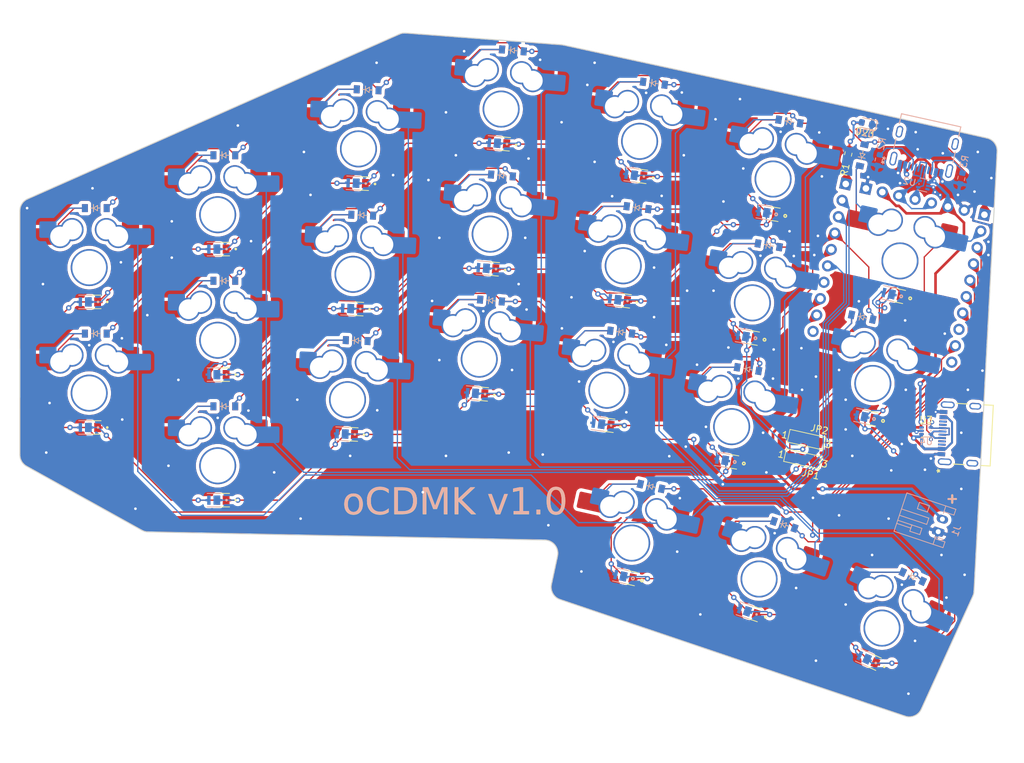
<source format=kicad_pcb>
(kicad_pcb (version 20241229) (generator "pcbnew") (generator_version "9.0")
  (title_block (title "left_ocdmk") (rev "v1.0.0") (company "Unknown"))
  (layers (0 "F.Cu" signal) (2 "B.Cu" signal) (13 "F.Paste" user) (15 "B.Paste" user) (5 "F.SilkS" user "F.Silkscreen") (7 "B.SilkS" user "B.Silkscreen") (1 "F.Mask" user) (3 "B.Mask" user) (25 "Edge.Cuts" user))
  (net 0 "")
  (net 1 "GND")
  (net 2 "VBUS")
  (net 3 "Net-(D1-K)")
  (net 4 "/R2")
  (net 5 "/R3")
  (net 6 "Net-(D2-K)")
  (net 7 "/R1")
  (net 8 "Net-(D3-K)")
  (net 9 "Net-(D4-K)")
  (net 10 "Net-(D5-K)")
  (net 11 "Net-(D6-K)")
  (net 12 "Net-(D7-K)")
  (net 13 "Net-(D8-K)")
  (net 14 "Net-(D9-K)")
  (net 15 "Net-(D10-K)")
  (net 16 "Net-(D11-K)")
  (net 17 "Net-(D12-K)")
  (net 18 "Net-(D13-K)")
  (net 19 "Net-(D14-K)")
  (net 20 "Net-(D15-K)")
  (net 21 "Net-(D16-K)")
  (net 22 "Net-(D17-K)")
  (net 23 "Net-(D18-K)")
  (net 24 "Net-(D19-K)")
  (net 25 "Net-(D20-K)")
  (net 26 "/R4")
  (net 27 "Net-(D21-K)")
  (net 28 "Net-(D22-K)")
  (net 29 "Net-(USB1-CC1)")
  (net 30 "Net-(USB1-CC2)")
  (net 31 "/C1")
  (net 32 "/C2")
  (net 33 "/C3")
  (net 34 "/C4")
  (net 35 "/C5")
  (net 36 "/C6")
  (net 37 "/C7")
  (net 38 "+BATT")
  (net 42 "/D-")
  (net 45 "/D+")
  (net 47 "/UART_TX")
  (net 50 "/UART_RX")
  (net 52 "Net-(LEDB2-K)")
  (net 53 "Net-(LEDB5-K)")
  (net 54 "Net-(LEDB11-A)")
  (net 55 "Net-(LEDB11-K)")
  (net 56 "Net-(LEDB14-K)")
  (net 57 "Net-(LEDB17-K)")
  (net 58 "Net-(LEDB4-K)")
  (net 59 "Net-(LEDB10-A)")
  (net 60 "Net-(LEDB10-K)")
  (net 61 "Net-(LEDB13-K)")
  (net 62 "Net-(LEDB1-K)")
  (net 63 "Net-(LEDB3-K)")
  (net 64 "Net-(LEDB6-K)")
  (net 65 "Net-(LEDB12-A)")
  (net 66 "Net-(LEDB12-K)")
  (net 67 "Net-(LEDB15-K)")
  (net 68 "Net-(LEDB18-K)")
  (net 69 "Net-(LEDB18-A)")
  (net 70 "Net-(LEDB20-K)")
  (net 71 "Net-(LEDB21-K)")
  (net 72 "/LED_IN")
  (net 73 "/LED_OUT")
  (net 74 "/LED_A")
  (net 75 "/LED_K")
  (net 78 "Net-(D23-A)")
  (net 79 "/LED")
  (footprint "ocdmk:LED_MP-2016-1100-50-90" (layer "F.Cu") (at 40.501186 -31.75197 -2.5)
    (property "Reference" "LEDT7" (hide yes))
    (property "Value" "~" (hide yes))
  )
  (footprint "ocdmk:diode_tht_sod123_reversible" (layer "F.Cu") (at 42.14916 -64.911647 -2.5)
    (property "Reference" "D8" (hide yes))
    (property "Value" "~")
  )
  (footprint "ocdmk:diode_tht_sod123_reversible" (layer "F.Cu") (at 62.473189 -51.942512 -5)
    (property "Reference" "D10" (hide yes))
    (property "Value" "~")
  )
  (footprint "ocdmk:diode_tht_sod123_reversible" (layer "F.Cu") (at 1 -47)
    (property "Reference" "D2" (hide yes))
    (property "Value" "~")
  )
  (footprint "ocdmk:LED_MP-2016-1100-50-90" (layer "F.Cu") (at 81.77075 8.947751 -12.5)
    (property "Reference" "LEDT20" (hide yes))
    (property "Value" "~" (hide yes))
  )
  (footprint "ocdmk:diode_tht_sod123_reversible" (layer "F.Cu") (at 85.039452 -4.872364 -12.5)
    (property "Reference" "D20" (hide yes))
    (property "Value" "~")
  )
  (footprint "ocdmk:diode_tht_sod123_reversible" (layer "F.Cu") (at 80.516573 -28.2275 -7.5)
    (property "Reference" "D12" (hide yes))
    (property "Value" "~")
  )
  (footprint "ocdmk:diode_tht_sod123_reversible" (layer "F.Cu") (at 85.476568 -65.902405 -7.5)
    (property "Reference" "D14" (hide yes))
    (property "Value" "~")
  )
  (footprint "Jumper:SolderJumper-3_P2.0mm_Open_TrianglePad1.0x1.5mm_NumberLabels" (layer "F.Cu") (at 108 -9 -12.5)
    (property "Reference" "JP1")
    (property "Value" "SolderJumper_3_Open" (hide yes))
  )
  (footprint "ocdmk:diode_tht_sod123_reversible" (layer "F.Cu") (at 20.45 -17)
    (property "Reference" "D3" (hide yes))
    (property "Value" "~")
  )
  (footprint "ocdmk:diode_tht_sod123_reversible" (layer "F.Cu") (at 20.45 -36)
    (property "Reference" "D4" (hide yes))
    (property "Value" "~")
  )
  (footprint "ocdmk:12402012E212A_AMP_reversible" (layer "F.Cu") (at 132.814327 -12.759295 87)
    (property "Reference" "USB2" (hide yes))
    (property "Value" "USB_C_Receptacle_USB2.0_16P")
  )
  (footprint "ocdmk:diode_tht_sod123_reversible" (layer "F.Cu") (at 1 -28)
    (property "Reference" "D1" (hide yes))
    (property "Value" "~")
  )
  (footprint "ocdmk:LED_MP-2016-1100-50-90" (layer "F.Cu") (at 59.380379 -18.88628 -5)
    (property "Reference" "LEDT9" (hide yes))
    (property "Value" "~" (hide yes))
  )
  (footprint "ocdmk:LED_MP-2016-1100-50-90" (layer "F.Cu") (at 61.036338 -37.813979 -5)
    (property "Reference" "LEDT10" (hide yes))
    (property "Value" "~" (hide yes))
  )
  (footprint "ocdmk:diode_tht_sod123_reversible" (layer "F.Cu") (at 117 -55 77.5)
    (property "Reference" "D19" (hide yes))
    (property "Value" "~")
  )
  (footprint "ocdmk:ocdmk_core" (layer "F.Cu") (at 114.509636 -50.653452 -12.5)
    (property "Reference" "U1" (hide yes))
    (property "Value" "~")
  )
  (footprint "ocdmk:LED_MP-2016-1100-50-90" (layer "F.Cu") (at 20.25 -2.8)
    (property "Reference" "LEDT3" (hide yes))
    (property "Value" "~" (hide yes))
  )
  (footprint "Package_TO_SOT_SMD:SOT-553" (layer "F.Cu") (at 126.6875 -13.3)
    (property "Reference" "U3")
    (property "Value" "~")
  )
  (footprint "ocdmk:diode_tht_sod123_reversible" (layer "F.Cu") (at 60.81723 -33.014813 -5)
    (property "Reference" "D9" (hide yes))
    (property "Value" "~")
  )
  (footprint "ocdmk:LED_MP-2016-1100-50-90" (layer "F.Cu") (at 39.672418 -12.770054 -2.5)
    (property "Reference" "LEDT6" (hide yes))
    (property "Value" "~" (hide yes))
  )
  (footprint "ocdmk:diode_tht_sod123_reversible" (layer "F.Cu") (at 40.491623 -26.947815 -2.5)
    (property "Reference" "D6" (hide yes))
    (property "Value" "~")
  )
  (footprint "ocdmk:LED_MP-2016-1100-50-90" (layer "F.Cu") (at 41.329955 -50.733886 -2.5)
    (property "Reference" "LEDT8" (hide yes))
    (property "Value" "~" (hide yes))
  )
  (footprint "ocdmk:diode_tht_sod123_reversible" (layer "F.Cu") (at 64.129148 -70.870212 -5)
    (property "Reference" "D11" (hide yes))
    (property "Value" "~")
  )
  (footprint "ocdmk:LED_MP-2016-1100-50-90" (layer "F.Cu") (at 20.25 -21.8)
    (property "Reference" "LEDT4" (hide yes))
    (property "Value" "~" (hide yes))
  )
  (footprint "ocdmk:diode_tht_sod123_reversible" (layer "F.Cu") (at 82.99657 -47.064952 -7.5)
    (property "Reference" "D13" (hide yes))
    (property "Value" "~")
  )
  (footprint "Jumper:SolderJumper-3_P2.0mm_Open_TrianglePad1.0x1.5mm_NumberLabels" (layer "F.Cu") (at 108.547408 -11.932879 -12.5)
    (property "Reference" "JP2")
    (property "Value" "SolderJumper_3_Open" (hide yes))
  )
  (footprint "ocdmk:diode_tht_sod123_reversible" (layer "F.Cu") (at 105.198444 0.922022 -18.5)
    (property "Reference" "D21" (hide yes))
    (property "Value" "~")
  )
  (footprint "ocdmk:LED_MP-2016-1100-50-90" (layer "F.Cu") (at 100.503053 14.324757 -18.5)
    (property "Reference" "LEDT21" (hide yes))
    (property "Value" "~" (hide yes))
  )
  (footprint "ocdmk:LED_MP-2016-1100-50-90" (layer "F.Cu") (at 100.309101 -27.400656 -9.5)
    (property "Reference" "LEDT16" (hide yes))
    (property "Value" "~" (hide yes))
  )
  (footprint "ocdmk:LED_MP-2016-1100-50-90" (layer "F.Cu") (at 118.570688 21.630366 -24.5)
    (property "Reference" "LEDT22" (hide yes))
    (property "Value" "~" (hide yes))
  )
  (footprint "ocdmk:LED_MP-2016-1100-50-90" (layer "F.Cu") (at 103.445006 -46.140083 -9.5)
    (property "Reference" "LEDT17" (hide yes))
    (property "Value" "~" (hide yes))
  )
  (footprint "ocdmk:LED_MP-2016-1100-50-90" (layer "F.Cu") (at 122.37667 -33.758836 -12.5)
    (property "Reference" "LEDT19" (hide yes))
    (property "Value" "~" (hide yes))
  )
  (footprint "ocdmk:LED_MP-2016-1100-50-90" (layer "F.Cu") (at 0.8 -32.8)
    (property "Reference" "LEDT2" (hide yes))
    (property "Value" "~" (hide yes))
  )
  (footprint "ocdmk:diode_tht_sod123_reversible" (layer "F.Cu") (at 124.641325 8.791854 -24.5)
    (property "Reference" "D22" (hide yes))
    (property "Value" "~")
  )
  (footprint "ocdmk:diode_tht_sod123_reversible" (layer "F.Cu") (at 99.71413 -22.633476 -9.5)
    (property "Reference" "D15" (hide yes))
    (property "Value" "~")
  )
  (footprint "Resistor_SMD:R_0603_1608Metric" (layer "F.Cu") (at 114.9 -55.2 -102.5)
    (property "Reference" "R1")
    (property "Value" "5.1k")
  )
  (footprint "ocdmk:LED_MP-2016-1100-50-90" (layer "F.Cu") (at 83.424807 -51.849993 -7.5)
    (property "Reference" "LEDT14" (hide yes))
    (property "Value" "~" (hide yes))
  )
  (footprint "ocdmk:LED_MP-2016-1100-50-90" (layer "F.Cu") (at 78.464812 -14.175088 -7.5)
    (property "Reference" "LEDT12" (hide yes))
    (property "Value" "~" (hide yes))
  )
  (footprint "ocdmk:LED_MP-2016-1100-50-90" (layer "F.Cu") (at 118.264317 -15.209211 -12.5)
    (property "Reference" "LEDT18" (hide yes))
    (property "Value" "~" (hide yes))
  )
  (footprint "ocdmk:LED_MP-2016-1100-50-90" (layer "F.Cu") (at 62.692297 -56.741678 -5)
    (property "Reference" "LEDT11" (hide yes))
    (property "Value" "~" (hide yes))
  )
  (footprint "ocdmk:diode_tht_sod123_reversible" (layer "F.Cu") (at 117 -30.5 -12.5)
    (property "Reference" "D18" (hide yes))
    (property "Value" "~")
  )
  (footprint "ocdmk:LED_MP-2016-1100-50-90" (layer "F.Cu") (at 97.173197 -8.66123 -9.5)
    (property "Reference" "LEDT15" (hide yes))
    (property "Value" "~" (hide yes))
  )
  (footprint "ocdmk:diode_tht_sod123_reversible" (layer "F.Cu") (at 102.850034 -41.372902 -9.5)
    (property "Reference" "D16" (hide yes))
    (property "Value" "~")
  )
  (footprint "ocdmk:LED_MP-2016-1100-50-90" (layer "F.Cu") (at 80.944809 -33.01254 -7.5)
    (property "Reference" "LEDT13" (hide yes))
    (property "Value" "~" (hide yes))
  )
  (footprint "ocdmk:diode_tht_sod123_reversible" (layer "F.Cu") (at 41.320391 -45.929731 -2.5)
    (property "Reference" "D7" (hide yes))
    (property "Value" "~")
  )
  (footprint "Diode_SMD:D_0603_1608Metric" (layer "F.Cu") (at 117.7 -59.8 167.5)
    (property "Reference" "D23")
    (property "Value" "LED")
  )
  (footprint "ocdmk:LED_MP-2016-1100-50-90" (layer "F.Cu") (at 0.8 -13.8)
    (property "Reference" "LEDT1" (hide yes))
    (property "Value" "~" (hide yes))
  )
  (footprint "ocdmk:diode_tht_sod123_reversible" (layer "F.Cu") (at 105.985939 -60.112329 -9.5)
    (property "Reference" "D17" (hide yes))
    (property "Value" "~")
  )
  (footprint "ocdmk:diode_tht_sod123_reversible" (layer "F.Cu") (at 20.45 -55)
    (property "Reference" "D5" (hide yes))
    (property "Value" "~")
  )
  (footprint "ocdmk:LED_MP-2016-1100-50-90" (layer "F.Cu") (at 20.25 -40.8)
    (property "Reference" "LEDT5" (hide yes))
    (property "Value" "~" (hide yes))
  )
  (footprint "ocdmk:LED_MP-2016-1100-50-90" (layer "B.Cu") (at 82.036784 -52.032729 -7.5)
    (property "Reference" "LEDB14" (hide yes))
    (property "Value" "~" (hide yes))
  )
  (footprint "ocdmk:switch_gateron_ks27_ks33_reversible" (layer "B.Cu") (at 82.115199 3.697861 167.5)
    (property "Reference" "S20" (hide yes))
    (property "Value" "~")
  )
  (footprint "Resistor_SMD:R_0603_1608Metric" (layer "B.Cu") (at 132 -51.5 -102.5)
    (property "Reference" "R3")
    (property "Value" "5.1k")
  )
  (footprint "ocdmk:LED_MP-2016-1100-50-90" (layer "B.Cu") (at 79.556787 -33.195277 -7.5)
    (property "Reference" "LEDB13" (hide yes))
    (property "Value" "~" (hide yes))
  )
  (footprint "ocdmk:switch_gateron_ks27_ks33_reversible" (layer "B.Cu") (at 0 -19 180)
    (property "Reference" "S1" (hide yes))
    (property "Value" "~")
  )
  (footprint "ocdmk:switch_gateron_ks27_ks33_reversible" (layer "B.Cu") (at 0 -38 180)
    (property "Reference" "S2" (hide yes))
    (property "Value" "~")
  )
  (footprint "ocdmk:switch_gateron_ks27_ks33_reversible" (layer "B.Cu") (at 101.394378 9.13963 161.5)
    (property "Reference" "S21" (hide yes))
    (property "Value" "~")
  )
  (footprint "ocdmk:switch_gateron_ks27_ks33_reversible" (layer "B.Cu") (at 97.242416 -13.921953 170.5)
    (property "Reference" "S15" (hide yes))
    (property "Value" "~")
  )
  (footprint "ocdmk:LED_MP-2016-1100-50-90" (layer "B.Cu") (at 116.897503 -15.512227 -12.5)
    (property "Reference" "LEDB18" (hide yes))
    (property "Value" "~" (hide yes))
  )
  (footprint "ocdmk:switch_gateron_ks27_ks33_reversible" (layer "B.Cu") (at 103.514225 -51.400806 170.5)
    (property "Reference" "S17" (hide yes))
    (property "Value" "~")
  )
  (footprint "ocdmk:LED_MP-2016-1100-50-90" (layer "B.Cu") (at 102.064206 -46.371149 -9.5)
    (property "Reference" "LEDB17" (hide yes))
    (property "Value" "~" (hide yes))
  )
  (footprint "ocdmk:LED_MP-2016-1100-50-90" (layer "B.Cu") (at 98.928301 -27.631723 -9.5)
    (property "Reference" "LEDB16" (hide yes))
    (property "Value" "~" (hide yes))
  )
  (footprint "ocdmk:12402012E212A_AMP" (layer "B.Cu") (at 126.617032 -56.582055 -12.5)
    (property "Reference" "USB1" (hide yes))
    (property "Value" "USB_C_Receptacle_USB2.0_16P" (hide yes))
  )
  (footprint "ocdmk:switch_gateron_ks27_ks33_reversible" (layer "B.Cu") (at 78.350392 -19.435022 172.5)
    (property "Reference" "S12" (hide yes))
    (property "Value" "~")
  )
  (footprint "ocdmk:switch_gateron_ks27_ks33_reversible" (layer "B.Cu") (at 83.310387 -57.109927 172.5)
    (property "Reference" "S14" (hide yes))
    (property "Value" "~")
  )
  (footprint "ocdmk:LED_MP-2016-1100-50-90" (layer "B.Cu") (at 95.792397 -8.892297 -9.5)
    (property "Reference" "LEDB15" (hide yes))
    (property "Value" "~" (hide yes))
  )
  (footprint "ocdmk:LED_MP-2016-1100-50-90" (layer "B.Cu") (at 39.102519 -31.813037 -2.5)
    (property "Reference" "LEDB7" (hide yes))
    (property "Value" "~" (hide yes))
  )
  (footprint "ocdmk:switch_gateron_ks27_ks33_reversible" (layer "B.Cu") (at 59.036633 -24.136217 175)
    (property "Reference" "S9" (hide yes))
    (property "Value" "~")
  )
  (footprint "ocdmk:LED_MP-2016-1100-50-90" (layer "B.Cu") (at 77.076789 -14.357825 -7.5)
    (property "Reference" "LEDB12" (hide yes))
    (property "Value" "~" (hide yes))
  )
  (footprint "ocdmk:LED_MP-2016-1100-50-90" (layer "B.Cu") (at -0.6 -32.8)
    (property "Reference" "LEDB2" (hide yes))
    (property "Value" "~" (hide yes))
  )
  (footprint "Resistor_SMD:R_0603_1608Metric" (layer "B.Cu") (at 119.5 -54.25 -102.5)
    (property "Reference" "R2")
    (property "Value" "5.1k")
  )
  (footprint "ocdmk:switch_gateron_ks27_ks33_reversible" (layer "B.Cu") (at 119.999124 16.566812 155.5)
    (property "Reference" "S22" (hide yes))
    (property "Value" "~")
  )
  (footprint "ocdmk:switch_gateron_ks27_ks33_reversible" (layer "B.Cu") (at 80.83039 -38.272475 172.5)
    (property "Reference" "S13" (hide yes))
    (property "Value" "~")
  )
  (footprint "ocdmk:LED_MP-2016-1100-50-90" (layer "B.Cu") (at 117.296743 21.049795 -24.5)
    (property "Reference" "LEDB22" (hide yes))
    (property "Value" "~" (hide yes))
  )
  (footprint "ocdmk:LED_MP-2016-1100-50-90" (layer "B.Cu") (at 38.27375 -12.831121 -2.5)
    (property "Reference" "LEDB6" (hide yes))
    (property "Value" "~" (hide yes))
  )
  (footprint "ocdmk:LED_MP-2016-1100-50-90" (layer "B.Cu") (at 39.931287 -50.794953 -2.5)
    (property "Reference" "LEDB8" (hide yes))
    (property "Value" "~" (hide yes))
  )
  (footprint "ocdmk:LED_MP-2016-1100-50-90" (layer "B.Cu") (at 121.009856 -34.061851 -12.5)
    (property "Reference" "LEDB19" (hide yes))
    (property "Value" "~" (hide yes))
  )
  (footprint "ocdmk:LED_MP-2016-1100-50-90" (layer "B.Cu") (at -0.6 -13.8)
    (property "Reference" "LEDB1" (hide yes))
    (property "Value" "~" (hide yes))
  )
  (footprint "ocdmk:switch_gateron_ks27_ks33_reversible" (layer "B.Cu") (at 60.692592 -43.063916 175)
    (property "Reference" "S10" (hide yes))
    (property "Value" "~")
  )
  (footprint "ocdmk:LED_MP-2016-1100-50-90" (layer "B.Cu") (at 18.85 -21.8)
    (property "Reference" "LEDB4" (hide yes))
    (property "Value" "~" (hide yes))
  )
  (footprint "ocdmk:LED_MP-2016-1100-50-90" (layer "B.Cu") (at 18.85 -2.8)
    (property "Reference" "LEDB3" (hide yes))
    (property "Value" "~" (hide yes))
  )
  (footprint "ocdmk:switch_gateron_ks27_ks33_reversible" (layer "B.Cu") (at 39.928768 -36.981916 177.5)
    (property "Reference" "S7" (hide yes))
    (property "Value" "~")
  )
  (footprint "Connector_JST:JST_PH_S2B-PH-K_1x02_P2.00mm_Horizontal" (layer "B.Cu") (at 128.506088 1.975721 71.5)
    (property "Reference" "J1")
    (property "Value" "Conn_01x02")
  )
  (footprint "ocdmk:switch_gateron_ks27_ks33_reversible" (layer "B.Cu") (at 62.348552 -61.991615 175)
    (property "Reference" "S11" (hide yes))
    (property "Value" "~")
  )
  (footprint "Package_TO_SOT_SMD:SOT-553" (layer "B.Cu") (at 126.6875 -13.3)
    (property "Reference" "U4")
    (property "Value" "~")
  )
  (footprint "ocdmk:switch_gateron_ks27_ks33_reversible" (layer "B.Cu") (at 122.721119 -39.008726 167.5)
    (property "Reference" "S19" (hide yes))
    (property "Value" "~")
  )
  (footprint "Diode_SMD:D_0603_1608Metric" (layer "B.Cu") (at 117.7 -59.8 167.5)
    (property "Reference" "D24")
    (property "Value" "LED")
  )
  (footprint "ocdmk:LED_MP-2016-1100-50-90" (layer "B.Cu") (at 59.641666 -37.935997 -5)
    (property "Reference" "LEDB10" (hide yes))
    (property "Value" "~" (hide yes))
  )
  (footprint "ocdmk:switch_gateron_ks27_ks33_reversible" (layer "B.Cu") (at 19.45 -8 180)
    (property "Reference" "S3" (hide yes))
    (property "Value" "~")
  )
  (footprint "ocdmk:LED_MP-2016-1100-50-90" (layer "B.Cu") (at 57.985707 -19.008298 -5)
    (property "Reference" "LEDB9" (hide yes))
    (property "Value" "~" (hide yes))
  )
  (footprint "ocdmk:switch_gateron_ks27_ks33_reversible" (layer "B.Cu") (at 40.757537 -55.963832 177.5)
    (property "Reference" "S8" (hide yes))
    (property "Value" "~")
  )
  (footprint "Package_TO_SOT_SMD:SOT-553" (layer "B.Cu") (at 126.287391 -50.5 167.5)
    (property "Reference" "U2")
    (property "Value" "~")
  )
  (footprint "ocdmk:LED_MP-2016-1100-50-90" (layer "B.Cu") (at 61.297625 -56.863696 -5)
    (property "Reference" "LEDB11" (hide yes))
    (property "Value" "~" (hide yes))
  )
  (footprint "ocdmk:LED_MP-2016-1100-50-90" (layer "B.Cu") (at 99.1754 13.88053 -18.5)
    (property "Reference" "LEDB21" (hide yes))
    (property "Value" "~" (hide yes))
  )
  (footprint "ocdmk:LED_MP-2016-1100-50-90" (layer "B.Cu") (at 18.85 -40.8)
    (property "Reference" "LEDB5" (hide yes))
    (property "Value" "~" (hide yes))
  )
  (footprint "ocdmk:switch_gateron_ks27_ks33_reversible" (layer "B.Cu") (at 118.608767 -20.459102 167.5)
    (property "Reference" "S18" (hide yes))
    (property "Value" "~")
  )
  (footprint "ocdmk:switch_gateron_ks27_ks33_reversible" (layer "B.Cu") (at 19.45 -46 180)
    (property "Reference" "S5" (hide yes))
    (property "Value" "~")
  )
  (footprint "ocdmk:switch_gateron_ks27_ks33_reversible" (layer "B.Cu") (at 19.45 -27 180)
    (property "Reference" "S4" (hide yes))
    (property "Value" "~")
  )
  (footprint "ocdmk:switch_gateron_ks27_ks33_reversible" (layer "B.Cu") (at 39.1 -18 177.5)
    (property "Reference" "S6" (hide yes))
    (property "Value" "~")
  )
  (footprint "ocdmk:LED_MP-2016-1100-50-90" (layer "B.Cu") (at 80.403936 8.644736 -12.5)
    (property "Reference" "LEDB20" (hide yes))
    (property "Value" "~" (hide yes))
  )
  (footprint "ocdmk:switch_gateron_ks27_ks33_reversible" (layer "B.Cu") (at 100.37832 -32.661379 170.5)
    (property "Reference" "S16" (hide yes))
    (property "Value" "~")
  )
  (gr_arc (start 46.951185 -73.336738) (mid 47.42113 -73.479116) (end 47.911603 -73.502695) (stroke (width 0.15)) (layer "Edge.Cuts"))
  (gr_line (start -9.310493 -48.39728) (end 46.951184 -73.336737) (stroke (width 0.15)) (layer "Edge.Cuts"))
  (gr_line (start 68.969235 3.245256) (end 8.896268 2.010203) (stroke (width 0.15)) (layer "Edge.Cuts"))
  (gr_arc (start 135.870911 -57.609102) (mid 137.025682 -56.865738) (end 137.428784 -55.55288) (stroke (width 0.15)) (layer "Edge.Cuts"))
  (gr_line (start 123.48812 29.897141) (end 71.281073 12.247553) (stroke (width 0.15)) (layer "Edge.Cuts"))
  (gr_arc (start 115.942349 -62.096628) (mid 115.949812 -62.094992) (end 115.957269 -62.093328) (stroke (width 0.15)) (layer "Edge.Cuts"))
  (gr_arc (start 68.969235 3.245255) (mid 70.496681 4.004012) (end 70.883472 5.665095) (stroke (width 0.15)) (layer "Edge.Cuts"))
  (gr_line (start 137.428784 -55.55288) (end 133.927936 10.987522) (stroke (width 0.15)) (layer "Edge.Cuts"))
  (gr_arc (start -10.5 -46.568865) (mid -10.176452 -47.65951) (end -9.310493 -48.39728) (stroke (width 0.15)) (layer "Edge.Cuts"))
  (gr_arc (start 71.493075 -71.729974) (mid 71.631028 -71.714774) (end 71.767595 -71.690044) (stroke (width 0.15)) (layer "Edge.Cuts"))
  (gr_line (start 71.767595 -71.690044) (end 115.94235 -62.096628) (stroke (width 0.15)) (layer "Edge.Cuts"))
  (gr_line (start 7.966092 1.75894) (end -9.471286 -7.928492) (stroke (width 0.15)) (layer "Edge.Cuts"))
  (gr_line (start 115.957269 -62.093328) (end 135.870912 -57.609102) (stroke (width 0.15)) (layer "Edge.Cuts"))
  (gr_line (start -10.5 -9.676807) (end -10.5 -46.568865) (stroke (width 0.15)) (layer "Edge.Cuts"))
  (gr_arc (start 133.927935 10.987522) (mid 133.873333 11.358013) (end 133.75062 11.711829) (stroke (width 0.15)) (layer "Edge.Cuts"))
  (gr_arc (start 125.948568 28.831871) (mid 124.92328 29.837846) (end 123.48812 29.897141) (stroke (width 0.15)) (layer "Edge.Cuts"))
  (gr_arc (start 8.896268 2.010203) (mid 8.415823 1.941423) (end 7.966092 1.75894) (stroke (width 0.15)) (layer "Edge.Cuts"))
  (gr_arc (start 71.281073 12.247554) (mid 70.182532 11.340646) (end 69.966252 9.932634) (stroke (width 0.15)) (layer "Edge.Cuts"))
  (gr_arc (start -9.471286 -7.928492) (mid -10.223742 -8.662551) (end -10.5 -9.676807) (stroke (width 0.15)) (layer "Edge.Cuts"))
  (gr_line (start 47.911603 -73.502695) (end 71.493075 -71.729974) (stroke (width 0.15)) (layer "Edge.Cuts"))
  (gr_line (start 69.966252 9.932634) (end 70.883472 5.665095) (stroke (width 0.15)) (layer "Edge.Cuts"))
  (gr_line (start 133.75062 11.711829) (end 125.948568 28.83187) (stroke (width 0.15)) (layer "Edge.Cuts"))
  (gr_text "oCDMK v1.0" (at 38.3 0.025 0) (layer "F.SilkS") (effects (font (size 4 4)) (justify left bottom)))
  (gr_text "+" (at 129.5 -2.2 0) (layer "F.SilkS") (effects (font (size 1.5 1.5) (thickness 0.3) (bold yes)) (justify left bottom)))
  (gr_text "+" (at 129.5 -2.2 0) (layer "B.SilkS") (effects (font (size 1.5 1.5) (thickness 0.3) (bold yes)) (justify left bottom)))
  (gr_text "oCDMK v1.0" (at 38.3 0 0) (layer "B.SilkS") (effects (font (size 4 4)) (justify left bottom)))
  (segment (start 128.105768 -9.755768) (end 128.1 -9.75) (width 0.2) (layer "F.Cu") (net 1))
  (segment (start 128.981582 -9.755768) (end 128.005768 -9.755768) (width 0.4) (layer "F.Cu") (net 1))
  (segment (start 136.4 -44.4) (end 133.8 -45.1) (width 0.3) (layer "F.Cu") (net 1))
  (segment (start 128.005768 -9.755768) (end 127.95 -9.7) (width 0.4) (layer "F.Cu") (net 1))
  (segment (start 133.8 -45.1) (end 133.8 -45.5) (width 0.3) (layer "F.Cu") (net 1))
  (segment (start 125.223768 -13.126) (end 125.326 -13.126) (width 0.2) (layer "F.Cu") (net 1))
  (segment (start 125.45 -13.25) (end 125.975 -13.25) (width 0.2) (layer "F.Cu") (net 1))
  (segment (start 125.326 -13.126) (end 125.45 -13.25) (width 0.2) (layer "F.Cu") (net 1))
  (segment (start 128.121804 -16.146997) (end 129.316532 -16.146997) (width 0.4) (layer "F.Cu") (net 1))
  (via (at 33.5 -49) (size 0.8) (drill 0.4) (layers "F.Cu" "B.Cu") (net 1))
  (via (at 104.65 -58.55) (size 0.8) (drill 0.4) (layers "F.Cu" "B.Cu") (net 1))
  (via (at 75.4 -65.65) (size 0.8) (drill 0.4) (layers "F.Cu" "B.Cu") (net 1))
  (via (at 95.9 -5.2) (size 0.8) (drill 0.4) (layers "F.Cu" "B.Cu") (net 1))
  (via (at 121.4 -7.3) (size 0.8) (drill 0.4) (layers "F.Cu" "B.Cu") (net 1))
  (via (at 102.5 -7) (size 0.8) (drill 0.4) (layers "F.Cu" "B.Cu") (net 1))
  (via (at 96.75 -25.9) (size 0.8) (drill 0.4) (layers "F.Cu" "B.Cu") (net 1))
  (via (at 66.5 -54.5) (size 0.8) (drill 0.4) (layers "F.Cu" "B.Cu") (net 1))
  (via (at 107.9 -19.5) (size 0.8) (drill 0.4) (layers "F.Cu" "B.Cu") (net 1))
  (via (at 125.4 -55.9) (size 0.8) (drill 0.4) (layers "F.Cu" "B.Cu") (net 1))
  (via (at 110.9 -51.8) (size 0.8) (drill 0.4) (layers "F.Cu" "B.Cu") (net 1))
  (via (at 136.55 -51.55) (size 0.8) (drill 0.4) (layers "F.Cu" "B.Cu") (net 1))
  (via (at 81.3 -16.1) (size 0.8) (drill 0.4) (layers "F.Cu" "B.Cu") (net 1))
  (via (at 123 10) (size 0.8) (drill 0.4) (layers "F.Cu" "B.Cu") (net 1))
  (via (at 99 -53) (size 0.8) (drill 0.4) (layers "F.Cu" "B.Cu") (net 1))
  (via (at 46 -52) (size 0.8) (drill 0.4) (layers "F.Cu" "B.Cu") (net 1))
  (via (at 0 -26.25) (size 0.8) (drill 0.4) (layers "F.Cu" "B.Cu") (net 1))
  (via (at 50.5 -4) (size 0.8) (drill 0.4) (layers "F.Cu" "B.Cu") (net 1))
  (via (at 128.8 -48.975) (size 0.6) (drill 0.3) (layers "F.Cu" "B.Cu") (net 1))
  (via (at 12.5 -45) (size 0.8) (drill 0.4) (layers "F.Cu" "B.Cu") (net 1))
  (via (at 129.5 -28) (size 0.8) (drill 0.4) (layers "F.Cu" "B.Cu") (net 1))
  (via (at 54 -9.5) (size 0.8) (drill 0.4) (layers "F.Cu" "B.Cu") (net 1))
  (via (at 96 -48) (size 0.8) (drill 0.4) (layers "F.Cu" "B.Cu") (net 1))
  (via (at 132 -13) (size 0.8) (drill 0.4) (layers "F.Cu" "B.Cu") (net 1))
  (via (at 127.775 -50.15) (size 0.6) (drill 0.3) (layers "F.Cu" "B.Cu") (net 1))
  (via (at 32.5 -55.5) (size 0.8) (drill 0.4) (layers "F.Cu" "B.Cu") (net 1))
  (via (at 31.5 -18) (size 0.8) (drill 0.4) (layers "F.Cu" "B.Cu") (net 1))
  (via (at 7 -1.5) (size 0.8) (drill 0.4) (layers "F.Cu" "B.Cu") (net 1))
  (via (at 53 -24) (size 0.8) (drill 0.4) (layers "F.Cu" "B.Cu") (net 1))
  (via (at 114.5 13) (size 0.8) (drill 0.4) (layers "F.Cu" "B.Cu") (net 1))
  (via (at 133 -19.5) (size 0.8) (drill 0.4) (layers "F.Cu" "B.Cu") (net 1))
  (via (at 92.5 14.5) (size 0.8) (drill 0.4) (layers "F.Cu" "B.Cu") (net 1))
  (via (at 103.5 -21.2) (size 0.8) (drill 0.4) (layers "F.Cu" "B.Cu") (net 1))
  (via (at 115.5 -9.5) (size 0.8) (drill 0.4) (layers "F.Cu" "B.Cu") (net 1))
  (via (at 129.2 -55.3) (size 0.8) (drill 0.4) (layers "F.Cu" "B.Cu") (net 1))
  (via (at 106.65 -39.75) (size 0.8) (drill 0.4) (layers "F.Cu" "B.Cu") (net 1))
  (via (at 63.5 -10) (size 0.8) (drill 0.4) (layers "F.Cu" "B.Cu") (net 1))
  (via (at 122.725 -50.775) (size 0.8) (drill 0.4) (layers "F.Cu" "B.Cu") (net 1))
  (via (at 74.5 8) (size 0.8) (drill 0.4) (layers "F.Cu" "B.Cu") (net 1))
  (via (at 114.5 -18) (size 0.8) (drill 0.4) (layers "F.Cu" "B.Cu") (net 1))
  (via (at 89.7 -64.5) (size 0.8) (drill 0.4) (layers "F.Cu" "B.Cu") (net 1))
  (via (at -7 -35.5) (size 0.8) (drill 0.4) (layers "F.Cu" "B.Cu") (net 1))
  (via (at 66.2 -31.65) (size 0.8) (drill 0.4) (layers "F.Cu" "B.Cu") (net 1))
  (via (at 71.55 -28.8) (size 0.8) (drill 0.4) (layers "F.Cu" "B.Cu") (net 1))
  (via (at 110.3 -42.8) (size 0.8) (drill 0.4) (layers "F.Cu" "B.Cu") (net 1))
  (via (at 123.5 -30) (size 0.8) (drill 0.4) (layers "F.Cu" "B.Cu") (net 1))
  (via (at 107.8 -25.8) (size 0.8) (drill 0.4) (layers "F.Cu" "B.Cu") (net 1))
  (via (at 98.5 -63.5) (size 0.8) (drill 0.4) (layers "F.Cu" "B.Cu") (net 1))
  (via (at 129.75 11.95) (size 0.8) (drill 0.4) (layers "F.Cu" "B.Cu") (net 1))
  (via (at 128.121804 -16.146997) (size 0.6) (drill 0.3) (layers "F.Cu" "B.Cu") (net 1))
  (via (at -9.4 -47) (size 0.8) (drill 0.4) (layers "F.Cu" "B.Cu") (net 1))
  (via (at 131.5 -49) (size 0.8) (drill 0.4) (layers "F.Cu" "B.Cu") (net 1))
  (via (at 106 -43.5) (size 0.8) (drill 0.4) (layers "F.Cu" "B.Cu") (net 1))
  (via (at 73 -33.5) (size 0.8) (drill 0.4) (layers "F.Cu" "B.Cu") (net 1))
  (via (at 51.35 -51.25) (size 0.8) (drill 0.4) (layers "F.Cu" "B.Cu") (net 1))
  (via (at 89.4 -3.1) (size 0.8) (drill 0.4) (layers "F.Cu" "B.Cu") (net 1))
  (via (at 43.6 -16.4) (size 0.8) (drill 0.4) (layers "F.Cu" "B.Cu") (net 1))
  (via (at 114.5 -13.5) (size 0.8) (drill 0.4) (layers "F.Cu" "B.Cu") (net 1))
  (via (at 128.025 -49.425) (size 0.6) (drill 0.3) (layers "F.Cu" "B.Cu") (net 1))
  (via (at 92 -23.3) (size 0.8) (drill 0.4) (layers "F.Cu" "B.Cu") (net 1))
  (via (at 32 0) (size 0.8) (drill 0.4) (layers "F.Cu" "B.Cu") (net 1))
  (via (at 56.75 -70.75) (size 0.8) (drill 0.4) (layers "F.Cu" "B.Cu") (net 1))
  (via (at 90.5 -34.5) (size 0.8) (drill 0.4) (layers "F.Cu" "B.Cu") (net 1))
  (via (at 76.5 -54) (size 0.8) (drill 0.4) (layers "F.Cu" "B.Cu") (net 1))
  (via (at 110 21.5) (size 0.8) (drill 0.4) (layers "F.Cu" "B.Cu") (net 1))
  (via (at 121 0) (size 0.8) (drill 0.4) (layers "F.Cu" "B.Cu") (net 1))
  (via (at 110 -21.5) (size 0.8) (drill 0.4) (layers "F.Cu" "B.Cu") (net 1))
  (via (at 132.5 8.5) (size 0.8) (drill 0.4) (layers "F.Cu" "B.Cu") (net 1))
  (via (at 19.45 -15.25) (size 0.8) (drill 0.4) (layers "F.Cu" "B.Cu") (net 1))
  (via (at 126.5 -7.4) (size 0.8) (drill 0.4) (layers "F.Cu" "B.Cu") (net 1))
  (via (at 120.9 -59) (size 0.8) (drill 0.4) (layers "F.Cu" "B.Cu") (net 1))
  (via (at 101.6 -39.8) (size 0.8) (drill 0.4) (layers "F.Cu" "B.Cu") (net 1))
  (via (at 69.5 1) (size 0.8) (drill 0.4) (layers "F.Cu" "B.Cu") (net 1))
  (via (at 74.15 -20.75) (size 0.8) (drill 0.4) (layers "F.Cu" "B.Cu") (net 1))
  (via (at 107 10.5) (size 0.8) (drill 0.4) (layers "F.Cu" "B.Cu") (net 1))
  (via (at 102 -13) (size 0.8) (drill 0.4) (layers "F.Cu" "B.Cu") (net 1))
  (via (at 125 18.5) (size 0.8) (drill 0.4) (layers "F.Cu" "B.Cu") (net 1))
  (via (at 123 -11.3) (size 0.8) (drill 0.4) (layers "F.Cu" "B.Cu") (net 1))
  (via (at 103.6 -25.6) (size 0.8) (drill 0.4) (layers "F.Cu" "B.Cu") (net 1))
  (via (at 124 26.5) (size 0.8) (drill 0.4) (layers "F.Cu" "B.Cu") (net 1))
  (via (at 103.75 2.2) (size 0.8) (drill 0.4) (layers "F.Cu" "B.Cu") (net 1))
  (via (at 94.5 -34.5) (size 0.8) (drill 0.4) (layers "F.Cu" "B.Cu") (net 1))
  (via (at 84.3 -64.45) (size 0.8) (drill 0.4) (layers "F.Cu" "B.Cu") (net 1))
  (via (at 98.25 -21.2) (size 0.8) (drill 0.4) (layers "F.Cu" "B.Cu") (net 1))
  (via (at 122.425 -52.325) (size 0.8) (drill 0.4) (layers "F.Cu" "B.Cu") (net 1))
  (via (at 79.35 -26.75) (size 0.8) (drill 0.4) (layers "F.Cu" "B.Cu") (net 1))
  (via (at 13.5 -21) (size 0.8) (drill 0.4) (layers "F.Cu" "B.Cu") (net 1))
  (via (at 90.3 -10.9) (size 0.8) (drill 0.4) (layers "F.Cu" "B.Cu") (net 1))
  (via (at 24.1 -16.35) (size 0.8) (drill 0.4) (layers "F.Cu" "B.Cu") (net 1))
  (via (at 109.75 -39.9) (size 0.8) (drill 0.4) (layers "F.Cu" "B.Cu") (net 1))
  (via (at 4.95 -27.3) (size 0.8) (drill 0.4) (layers "F.Cu" "B.Cu") (net 1))
  (via (at 87.8 -9.45) (size 0.8) (drill 0.4) (layers "F.Cu" "B.Cu") (net 1))
  (via (at 125.223768 -13.126) (size 0.6) (drill 0.3) (layers "F.Cu" "B.Cu") (net 1))
  (via (at 123.6 -19.5) (size 0.8) (drill 0.4) (layers "F.Cu" "B.Cu") (net 1))
  (via (at 85.5 -30.5) (size 0.8) (drill 0.4) (layers "F.Cu" "B.Cu") (net 1))
  (via (at 86.65 -48.85) (size 0.8) (drill 0.4) (layers "F.Cu" "B.Cu") (net 1))
  (via (at 76.5 -69) (size 0.8) (drill 0.4) (layers "F.Cu" "B.Cu") (net 1))
  (via (at 93.35 -13.9) (size 0.8) (drill 0.4) (layers "F.Cu" "B.Cu") (net 1))
  (via (at 75 -40.5) (size 0.8) (drill 0.4) (layers "F.Cu" "B.Cu") (net 1))
  (via (at 85.5 -38) (size 0.8) (drill 0.4) (layers "F.Cu" "B.Cu") (net 1))
  (via (at 135.2 -22.4) (size 0.8) (drill 0.4) (layers "F.Cu" "B.Cu") (net 1))
  (via (at 12.5 -39.5) (size 0.8) (drill 0.4) (layers "F.Cu" "B.Cu") (net 1))
  (via (at 79.15 -48.8) (size 0.8) (drill 0.4) (layers "F.Cu" "B.Cu") (net 1))
  (via (at 12 -8) (size 0.8) (drill 0.4) (layers "F.Cu" "B.Cu") (net 1))
  (via (at 134 -49.5) (size 0.8) (drill 0.4) (layers "F.Cu" "B.Cu") (net 1))
  (via (at 68.25 -69.45) (size 0.8) (drill 0.4) (layers "F.Cu" "B.Cu") (net 1))
  (via (at 87.35 -26.3) (size 0.8) (drill 0.4) (layers "F.Cu" "B.Cu") (net 1))
  (via (at 116.5 -32.9) (size 0.8) (drill 0.4) (layers "F.Cu" "B.Cu") (net 1))
  (via (at 89 5) (size 0.8) (drill 0.4) (layers "F.Cu" "B.Cu") (net 1))
  (via (at 28 -7) (size 0.8) (drill 0.4) (layers "F.Cu" "B.Cu") (net 1))
  (via (at 53 -42.5) (size 0.8) (drill 0.4) (layers "F.Cu" "B.Cu") (net 1))
  (via (at 5 -15) (size 0.8) (drill 0.4) (layers "F.Cu" "B.Cu") (net 1))
  (via (at 39.5 -9.5) (size 0.8) (drill 0.4) (layers "F.Cu" "B.Cu") (net 1))
  (via (at 68.65 -9.7) (size 0.8) (drill 0.4) (layers "F.Cu" "B.Cu") (net 1))
  (via (at 65 -35.5) (size 0.8) (drill 0.4) (layers "F.Cu" "B.Cu") (net 1))
  (via (at 129 5.5) (size 0.8) (drill 0.4) (layers "F.Cu" "B.Cu") (net 1))
  (via (at 110.5 -58.45) (size 0.8) (drill 0.4) (layers "F.Cu" "B.Cu") (net 1))
  (via (at 51.9 -32.95) (size 0.8) (drill 0.4) (layers "F.Cu" "B.Cu") (net 1))
  (via (at 64 -22.5) (size 0.8) (drill 0.4) (layers "F.Cu" "B.Cu") (net 1))
  (via (at 24.5 -42) (size 0.8) (drill 0.4) (layers "F.Cu" "B.Cu") (net 1))
  (via (at 109.55 -3.15) (size 0.8) (drill 0.4) (layers "F.Cu" "B.Cu") (net 1))
  (via (at 22.5 -59.5) (size 0.8) (drill 0.4) (layers "F.Cu" "B.Cu") (net 1))
  (via (at 136.1 -39.9) (size 0.8) (drill 0.4) (layers "F.Cu" "B.Cu") (net 1))
  (via (at 43.5 -69) (size 0.8) (drill 0.4) (layers "F.Cu" "B.Cu") (net 1))
  (via (at 113.5 -22.5) (size 0.8) (drill 0.4) (layers "F.Cu" "B.Cu") (net 1))
  (via (at 59.65 -31.4) (size 0.8) (drill 0.4) (layers "F.Cu" "B.Cu") (net 1))
  (via (at 113.5 -0.5) (size 0.8) (drill 0.4) (layers "F.Cu" "B.Cu") (net 1))
  (via (at 134.5 -55.5) (size 0.8) (drill 0.4) (layers "F.Cu" "B.Cu") (net 1))
  (via (at 0.5 -50) (size 0.8) (drill 0.4) (layers "F.Cu" "B.Cu") (net 1))
  (via (at 117.9 -51.7) (size 0.8) (drill 0.4) (layers "F.Cu" "B.Cu") (net 1))
  (via (at -6 -17.5) (size 0.8) (drill 0.4) (layers "F.Cu" "B.Cu") (net 1))
  (via (at 118.5 5.5) (size 0.8) (drill 0.4) (layers "F.Cu" "B.Cu") (net 1))
  (via (at -6.5 -10) (size 0.8) (drill 0.4) (layers "F.Cu" "B.Cu") (net 1))
  (via (at 71.5 -60) (size 0.8) (drill 0.4) (layers "F.Cu" "B.Cu") (net 1))
  (via (at 55.5 -55) (size 0.8) (drill 0.4) (layers "F.Cu" "B.Cu") (net 1))
  (via (at 66 -42.5) (size 0.8) (drill 0.4) (layers "F.Cu" "B.Cu") (net 1))
  (via (at 136.1 -41.9) (size 0.8) (drill 0.4) (layers "F.Cu" "B.Cu") (net 1))
  (via (at 125.1 -58.5) (size 0.8) (drill 0.4) (layers "F.Cu" "B.Cu") (net 1))
  (via (at 127.4 -9.1) (size 0.8) (drill 0.4) (layers "F.Cu" "B.Cu") (net 1))
  (via (at 4.8 -38.8) (size 0.8) (drill 0.4) (layers "F.Cu" "B.Cu") (net 1))
  (via (at 54 -61.5) (size 0.8) (drill 0.4) (layers "F.Cu" "B.Cu") (net 1))
  (via (at 94.8 -60.45) (size 0.8) (drill 0.4) (layers "F.Cu" "B.Cu") (net 1))
  (via (at 132 -4.5) (size 0.8) (drill 0.4) (layers "F.Cu" "B.Cu") (net 1))
  (via (at 90 -55) (size 0.8) (drill 0.4) (layers "F.Cu" "B.Cu") (net 1))
  (via (at 8.8 -30.8) (size 0.8) (drill 0.4) (layers "F.Cu" "B.Cu") (net 1))
  (via (at 129.15 -51.025) (size 0.8) (drill 0.4) (layers "F.Cu" "B.Cu") (net 1))
  (segment (start 127.955769 -9.755769) (end 127.95 -9.75) (width 0.2) (layer "B.Cu") (net 1))
  (segment (start 125.397768 -13.3) (end 125.223768 -13.126) (width 0.25) (layer "B.Cu") (net 1))
  (segment (start 129.15 -51.35) (end 128.94678 -51.55322) (width 0.3) (layer "B.Cu") (net 1))
  (segment (start 127.61946 -50.30554) (end 127.271138 -50.30554) (width 0.3) (layer "B.Cu") (net 1))
  (segment (start 128.94678 -51.55322) (end 128.94678 -52.306149) (width 0.3) (layer "B.Cu") (net 1))
  (segment (start 133.8 -45.1) (end 136.4 -44.4) (width 0.3) (layer "B.Cu") (net 1))
  (segment (start 133.8 -45.1) (end 133.8 -45.6) (width 0.3) (layer "B.Cu") (net 1))
  (segment (start 129.15 -51.025) (end 129.15 -51.35) (width 0.3) (layer "B.Cu") (net 1))
  (segment (start 125.975 -13.3) (end 125.397768 -13.3) (width 0.25) (layer "B.Cu") (net 1))
  (segment (start 122.5125 -52.5875) (end 122.698485 -52.773485) (width 0.3) (layer "B.Cu") (net 1))
  (segment (start 122.698485 -52.773485) (end 122.698485 -53.691363) (width 0.3) (layer "B.Cu") (net 1))
  (segment (start 128.981582 -9.755769) (end 127.955769 -9.755769) (width 0.4) (layer "B.Cu") (net 1))
  (segment (start 128.121804 -16.146997) (end 129.316532 -16.146997) (width 0.4) (layer "B.Cu") (net 1))
  (segment (start 127.775 -50.15) (end 127.61946 -50.30554) (width 0.3) (layer "B.Cu") (net 1))
  (segment (start 125.530942 -13.816) (end 125.540942 -13.826) (width 0.4) (layer "F.Cu") (net 2))
  (segment (start 128.947874 -46.210685) (end 129.964402 -47.227213) (width 0.4) (layer "F.Cu") (net 2))
  (segment (start 123.725 -52.6625) (end 125.4125 -54.35) (width 0.4) (layer "F.Cu") (net 2))
  (segment (start 120.045234 -49.426239) (end 122.135302 -47.336171) (width 0.4) (layer "F.Cu") (net 2))
  (segment (start 125.91 -13.826) (end 125.91 -14.65) (width 0.4) (layer "F.Cu") (net 2))
  (segment (start 132.4 -44.791615) (end 129.964402 -47.227213) (width 0.4) (layer "F.Cu") (net 2))
  (segment (start 129.023451 -10.554673) (end 126.445327 -10.554673) (width 0.4) (layer "F.Cu") (net 2))
  (segment (start 129.851905 -15.348095) (end 130.6 -14.6) (width 0.3) (layer "F.Cu") (net 2))
  (segment (start 130.6 -14.6) (end 130.6 -11.519224) (width 0.3) (layer "F.Cu") (net 2))
  (segment (start 126.475 -54.35) (end 127.275 -53.55) (width 0.4) (layer "F.Cu") (net 2))
  (segment (start 126.445327 -10.554673) (end 124.8 -12.2) (width 0.4) (layer "F.Cu") (net 2))
  (segment (start 130.6 -11.519224) (end 129.635449 -10.554673) (width 0.3) (layer "F.Cu") (net 2))
  (segment (start 125.8 -20.4) (end 128.1 -22.7) (width 0.4) (layer "F.Cu") (net 2))
  (segment (start 125.540942 -13.826) (end 125.91 -13.826) (width 0.4) (layer "F.Cu") (net 2))
  (segment (start 132.4 -41.4) (end 132.4 -44.791615) (width 0.4) (layer "F.Cu") (net 2))
  (segment (start 127.275 -53.55) (end 127.275 -51.725) (width 0.4) (layer "F.Cu") (net 2))
  (segment (start 129.635449 -10.554673) (end 129.023451 -10.554673) (width 0.3) (layer "F.Cu") (net 2))
  (segment (start 125.4125 -54.35) (end 126.475 -54.35) (width 0.4) (layer "F.Cu") (net 2))
  (segment (start 124.716 -13.816) (end 125.530942 -13.816) (width 0.4) (layer "F.Cu") (net 2))
  (segment (start 129.274663 -15.348095) (end 129.851905 -15.348095) (width 0.3) (layer "F.Cu") (net 2))
  (segment (start 122.135302 -47.336171) (end 122.563829 -47.336171) (width 0.4) (layer "F.Cu") (net 2))
  (segment (start 124.3 -13.4) (end 124.716 -13.816) (width 0.4) (layer "F.Cu") (net 2))
  (segment (start 128.1 -37.1) (end 132.4 -41.4) (width 0.4) (layer "F.Cu") (net 2))
  (segment (start 127.275 -51.725) (end 127.925 -51.075) (width 0.4) (layer "F.Cu") (net 2))
  (segment (start 123.689315 -46.210685) (end 128.947874 -46.210685) (width 0.4) (layer "F.Cu") (net 2))
  (segment (start 123.725 -52.125) (end 123.725 -52.6625) (width 0.4) (layer "F.Cu") (net 2))
  (segment (start 124.8 -12.2) (end 124.3 -12.7) (width 0.4) (layer "F.Cu") (net 2))
  (segment (start 124.3 -12.7) (end 124.3 -13.4) (width 0.4) (layer "F.Cu") (net 2))
  (segment (start 128.1 -22.7) (end 128.1 -37.1) (width 0.4) (layer "F.Cu") (net 2))
  (segment (start 122.563829 -47.336171) (end 123.689315 -46.210685) (width 0.4) (layer "F.Cu") (net 2))
  (via (at 124.8 -12.2) (size 0.8) (drill 0.4) (layers "F.Cu" "B.Cu") (net 2))
  (via (at 123.725 -52.125) (size 0.8) (drill 0.4) (layers "F.Cu" "B.Cu") (net 2))
  (via (at 127.925 -51.075) (size 0.6) (drill 0.3) (layers "F.Cu" "B.Cu") (net 2))
  (via (at 125.91 -14.65) (size 0.8) (drill 0.4) (layers "F.Cu" "B.Cu") (net 2))
  (via (at 125.8 -20.4) (size 0.8) (drill 0.4) (layers "F.Cu" "B.Cu") (net 2))
  (segment (start 127.475 -50.925) (end 128.025 -50.925) (width 0.4) (layer "B.Cu") (net 2))
  (segment (start 127.328643 -51.071357) (end 127.475 -50.925) (width 0.4) (layer "B.Cu") (net 2))
  (segment (start 125.975 -11.025) (end 125.975 -12.4) (width 0.4) (layer "B.Cu") (net 2))
  (segment (start 130.6 -14.595043) (end 129.846948 -15.348095) (width 0.3) (layer "B.Cu") (net 2))
  (segment (start 125.975 -12.4) (end 125 -12.4) (width 0.4) (layer "B.Cu") (net 2))
  (segment (start 125.8 -14.76) (end 125.91 -14.65) (width 0.4) (layer "B.Cu") (net 2))
  (segment (start 129.964402 -48.985598) (end 129.964402 -47.227213) (width 0.4) (layer "B.Cu") (net 2))
  (segment (start 125.975 -12.4) (end 125.975 -12.774) (width 0.4) (layer "B.Cu") (net 2))
  (segment (start 126.445327 -10.554673) (end 129.023451 -10.554673) (width 0.4) (layer "B.Cu") (net 2))
  (segment (start 127.328643 -51.071357) (end 127.181469 -50.924182) (width 0.4) (layer "B.Cu") (net 2))
  (segment (start 130.6 -11.519223) (end 130.6 -14.595043) (width 0.3) (layer "B.Cu") (net 2))
  (segment (start 126.445327 -10.554673) (end 125.975 -11.025) (width 0.4) (layer "B.Cu") (net 2))
  (segment (start 128.165744 -51.908457) (end 127.328643 -51.071357) (width 0.4) (layer "B.Cu") (net 2))
  (segment (start 123.725 -52.125) (end 123.479523 -52.370477) (width 0.4) (layer "B.Cu") (net 2))
  (segment (start 125.8 -20.4) (end 125.8 -14.76) (width 0.4) (layer "B.Cu") (net 2))
  (segment (start 128.025 -50.925) (end 129.964402 -48.985598) (width 0.4) (layer "B.Cu") (net 2))
  (segment (start 129.63545 -10.554673) (end 130.6 -11.519223) (width 0.3) (layer "B.Cu") (net 2))
  (segment (start 123.479523 -52.370477) (end 123.479523 -53.518211) (width 0.4) (layer "B.Cu") (net 2))
  (segment (start 128.165744 -52.479301) (end 128.165744 -51.908457) (width 0.4) (layer "B.Cu") (net 2))
  (segment (start 129.023451 -10.554673) (end 129.63545 -10.554673) (width 0.3) (layer "B.Cu") (net 2))
  (segment (start 129.846948 -15.348095) (end 129.274663 -15.348095) (width 0.3) (layer "B.Cu") (net 2))
  (segment (start 125 -12.4) (end 124.8 -12.2) (width 0.4) (layer "B.Cu") (net 2))
  (segment (start -4.651 -23.951001) (end -4.4 -23.700001) (width 0.2) (layer "F.Cu") (net 3))
  (segment (start -2.250553 -28) (end -4.651 -25.599553) (width 0.2) (layer "F.Cu") (net 3))
  (segment (start -0.65 -28) (end -2.250553 -28) (width 0.2) (layer "F.Cu") (net 3))
  (segment (start -4.651 -25.599553) (end -4.651 -23.951001) (width 0.2) (layer "F.Cu") (net 3))
  (segment (start -4.651 -23.951001) (end -4.4 -23.700001) (width 0.2) (layer "B.Cu") (net 3))
  (segment (start -0.65 -28) (end -3 -28) (width 0.2) (layer "B.Cu") (net 3))
  (segment (start -3 -28) (end -6.25 -24.75) (width 0.2) (layer "B.Cu") (net 3))
  (segment (start 86 -46.849584) (end 93.650416 -46.849584) (width 0.2) (layer "F.Cu") (net 4))
  (segment (start 97 -43.5) (end 102.077978 -43.5) (width 0.2) (layer "F.Cu") (net 4))
  (segment (start 118 -38.074442) (end 112.860366 -43.214076) (width 0.2) (layer "F.Cu") (net 4))
  (segment (start 118.610888 -30.142875) (end 118.610888 -30.889112) (width 0.2) (layer "F.Cu") (net 4))
  (segment (start 102.077978 -43.5) (end 103.538989 -42.038989) (width 0.2) (layer "F.Cu") (net 4))
  (segment (start 62.891359 -53.024256) (end 50.135318 -53.024256) (width 0.2) (layer "F.Cu") (net 4))
  (segment (start 32.421761 -46.921761) (end 22.75 -37.25) (width 0.2) (layer "F.Cu") (net 4))
  (segment (start 110.746863 -41.100573) (end 112.860366 -43.214076) (width 0.2) (layer "F.Cu") (net 4))
  (segment (start 44.055531 -46.944469) (end 42.968821 -45.857759) (width 0.2) (layer "F.Cu") (net 4))
  (segment (start 22.1 -36.6) (end 22.1 -36) (width 0.2) (layer "F.Cu") (net 4))
  (segment (start 83.650416 -46.849584) (end 80 -50.5) (width 0.2) (layer "F.Cu") (net 4))
  (segment (start 118.610888 -30.889112) (end 118 -31.5) (width 0.2) (layer "F.Cu") (net 4))
  (segment (start 41.904819 -46.921761) (end 32.421761 -46.921761) (width 0.2) (layer "F.Cu") (net 4))
  (segment (start 84.632454 -46.849584) (end 86 -46.849584) (width 0.2) (layer "F.Cu") (net 4))
  (segment (start 104.477405 -41.100573) (end 103.538989 -42.038989) (width 0.2) (layer "F.Cu") (net 4))
  (segment (start 64.11691 -51.798705) (end 62.957807 -52.957807) (width 0.2) (layer "F.Cu") (net 4))
  (segment (start 84.632454 -46.849584) (end 83.650416 -46.849584) (width 0.2) (layer "F.Cu") (net 4))
  (segment (start 3.575 -28.925) (end 12.15 -37.5) (width 0.2) (layer "F.Cu") (net 4))
  (segment (start 2.65 -28) (end 3.575 -28.925) (width 0.2) (layer "F.Cu") (net 4))
  (segment (start 12.15 -37.5) (end 20.6 -37.5) (width 0.2) (layer "F.Cu") (net 4))
  (segment (start 20.6 -37.5) (end 22.1 -36) (width 0.2) (layer "F.Cu") (net 4))
  (segment (start 93.650416 -46.849584) (end 97 -43.5) (width 0.2) (layer "F.Cu") (net 4))
  (segment (start 118 -31.5) (end 118 -38.074442) (width 0.2) (layer "F.Cu") (net 4))
  (segment (start 62.957807 -52.957807) (end 62.891359 -53.024256) (width 0.2) (layer "F.Cu") (net 4))
  (segment (start 22.75 -37.25) (end 22.1 -36.6) (width 0.2) (layer "F.Cu") (net 4))
  (segment (start 50.135318 -53.024256) (end 44.055531 -46.944469) (width 0.2) (layer "F.Cu") (net 4))
  (segment (start 65.415615 -50.5) (end 64.11691 -51.798705) (width 0.2) (layer "F.Cu") (net 4))
  (segment (start 104.477405 -41.100573) (end 110.746863 -41.100573) (width 0.2) (layer "F.Cu") (net 4))
  (segment (start 80 -50.5) (end 65.415615 -50.5) (width 0.2) (layer "F.Cu") (net 4))
  (segment (start 42.968821 -45.857759) (end 41.904819 -46.921761) (width 0.2) (layer "F.Cu") (net 4))
  (via (at 86 -46.849584) (size 0.8) (drill 0.4) (layers "F.Cu" "B.Cu") (net 4))
  (via (at 44.055531 -46.944469) (size 0.8) (drill 0.4) (layers "F.Cu" "B.Cu") (net 4))
  (via (at 22.75 -37.25) (size 0.8) (drill 0.4) (layers "F.Cu" "B.Cu") (net 4))
  (via (at 118 -31.5) (size 0.8) (drill 0.4) (layers "F.Cu" "B.Cu") (net 4))
  (via (at 3.575 -28.925) (size 0.8) (drill 0.4) (layers "F.Cu" "B.Cu") (net 4))
  (via (at 103.538989 -42.038989) (size 0.8) (drill 0.4) (layers "F.Cu" "B.Cu") (net 4))
  (via (at 62.957807 -52.957807) (size 0.8) (drill 0.4) (layers "F.Cu" "B.Cu") (net 4))
  (segment (start 64.11691 -51.798705) (end 62.957807 -52.957807) (width 0.2) (layer "B.Cu") (net 4))
  (segment (start 2.65 -28) (end 3.575 -28.925) (width 0.2) (layer "B.Cu") (net 4))
  (segment (start 104.477405 -41.100573) (end 103.538989 -42.038989) (width 0.2) (layer "B.Cu") (net 4))
  (segment (start 22.1 -36) (end 22.1 -36.6) (width 0.2) (layer "B.Cu") (net 4))
  (segment (start 22.1 -36.6) (end 22.75 -37.25) (width 0.2) (layer "B.Cu") (net 4))
  (segment (start 118.610888 -30.889112) (end 118 -31.5) (width 0.2) (layer "B.Cu") (net 4))
  (segment (start 84.632454 -46.849584) (end 86 -46.849584) (width 0.2) (layer "B.Cu") (net 4))
  (segment (start 42.968821 -45.857759) (end 44.055531 -46.944469) (width 0.2) (layer "B.Cu") (net 4))
  (segment (start 118.610888 -30.142875) (end 118.610888 -30.889112) (width 0.2) (layer "B.Cu") (net 4))
  (segment (start 2.65 -47) (end 11.65 -56) (width 0.2) (layer "F.Cu") (net 5))
  (segment (start 11.65 -56) (end 21.1 -56) (width 0.2) (layer "F.Cu") (net 5))
  (segment (start 85.727112 -67.072377) (end 87.112452 -65.687037) (width 0.2) (layer "F.Cu") (net 5))
  (segment (start 106.476655 -60.976655) (end 107.61331 -59.84) (width 0.2) (layer "F.Cu") (net 5))
  (segment (start 114.128013 -59.84) (end 117.357125 -56.610888) (width 0.2) (layer "F.Cu") (net 5))
  (segment (start 67 -70.726405) (end 71.273595 -70.726405) (width 0.2) (layer "F.Cu") (net 5))
  (segment (start 88.5 -65.687037) (end 91.812963 -65.687037) (width 0.2) (layer "F.Cu") (net 5))
  (segment (start 33.35 -66.25) (end 42.387265 -66.25) (width 0.2) (layer "F.Cu") (net 5))
  (segment (start 118.8 -57) (end 117.746237 -57) (width 0.2) (layer "F.Cu") (net 5))
  (segment (start 44.978957 -66.021043) (end 50.989372 -72.031457) (width 0.2) (layer "F.Cu") (net 5))
  (segment (start 106.101609 -61.351701) (end 106.476655 -60.976655) (width 0.2) (layer "F.Cu") (net 5))
  (segment (start 135.5 -46) (end 135.5 -50.584331) (width 0.2) (layer "F.Cu") (net 5))
  (segment (start 91.812963 -65.687037) (end 96.148299 -61.351701) (width 0.2) (layer "F.Cu") (net 5))
  (segment (start 50.989372 -72.031457) (end 64.467817 -72.031457) (width 0.2) (layer "F.Cu") (net 5))
  (segment (start 107.61331 -59.84) (end 114.128013 -59.84) (width 0.2) (layer "F.Cu") (net 5))
  (segment (start 117.746237 -57) (end 117.357125 -56.610888) (width 0.2) (layer "F.Cu") (net 5))
  (segment (start 23.3 -56.2) (end 33.35 -66.25) (width 0.2) (layer "F.Cu") (net 5))
  (segment (start 71.273595 -70.726405) (end 74.927623 -67.072377) (width 0.2) (layer "F.Cu") (net 5))
  (segment (start 22.1 -55) (end 23.3 -56.2) (width 0.2) (layer "F.Cu") (net 5))
  (segment (start 42.387265 -66.25) (end 43.79759 -64.839675) (width 0.2) (layer "F.Cu") (net 5))
  (segment (start 87.112452 -65.687037) (end 88.5 -65.687037) (width 0.2) (layer "F.Cu") (net 5))
  (segment (start 129.084331 -57) (end 118.8 -57) (width 0.2) (layer "F.Cu") (net 5))
  (segment (start 74.927623 -67.072377) (end 85.727112 -67.072377) (width 0.2) (layer "F.Cu") (net 5))
  (segment (start 43.79759 -64.839675) (end 44.978957 -66.021043) (width 0.2) (layer "F.Cu") (net 5))
  (segment (start 65.772869 -70.726405) (end 67 -70.726405) (width 0.2) (layer "F.Cu") (net 5))
  (segment (start 135.5 -50.584331) (end 129.084331 -57) (width 0.2) (layer "F.Cu") (net 5))
  (segment (start 96.148299 -61.351701) (end 106.101609 -61.351701) (width 0.2) (layer "F.Cu") (net 5))
  (segment (start 64.467817 -72.031457) (end 65.772869 -70.726405) (width 0.2) (layer "F.Cu") (net 5))
  (segment (start 21.1 -56) (end 22.1 -55) (width 0.2) (layer "F.Cu") (net 5))
  (via (at 67 -70.726405) (size 0.8) (drill 0.4) (layers "F.Cu" "B.Cu") (net 5))
  (via (at 3.575 -47.925) (size 0.8) (drill 0.4) (layers "F.Cu" "B.Cu") (net 5))
  (via (at 106.476655 -60.976655) (size 0.8) (drill 0.4) (layers "F.Cu" "B.Cu") (net 5))
  (via (at 44.978957 -66.021043) (size 0.8) (drill 0.4) (layers "F.Cu" "B.Cu") (net 5))
  (via (at 23.3 -56.2) (size 0.8) (drill 0.4) (layers "F.Cu" "B.Cu") (net 5))
  (via (at 88.5 -65.687037) (size 0.8) (drill 0.4) (layers "F.Cu" "B.Cu") (net 5))
  (via (at 118.9 -57) (size 0.8) (drill 0.4) (layers "F.Cu" "B.Cu") (net 5))
  (segment (start 117.357125 -56.610888) (end 117.746237 -57) (width 0.2) (layer "B.Cu") (net 5))
  (segment (start 67 -70.726405) (end 65.772869 -70.726405) (width 0.2) (layer "B.Cu") (net 5))
  (segment (start 117.8 -57) (end 118.8 -57) (width 0.2) (layer "B.Cu") (net 5))
  (segment (start 23.3 -56.2) (end 22.1 -55) (width 0.2) (layer "B.Cu") (net 5))
  (segment (start 44.978957 -66.021043) (end 43.79759 -64.839675) (width 0.2) (layer "B.Cu") (net 5))
  (segment (start 118.8 -57) (end 118.9 -57) (width 0.2) (layer "B.Cu") (net 5))
  (segment (start 2.65 -47) (end 3.575 -47.925) (width 0.2) (layer "B.Cu") (net 5))
  (segment (start 117.746237 -57) (end 117.8 -57) (width 0.2) (layer "B.Cu") (net 5))
  (segment (start 88.5 -65.687037) (end 87.112452 -65.687037) (width 0.2) (layer "B.Cu") (net 5))
  (segment (start 106.476655 -60.976655) (end 107.61331 -59.84) (width 0.2) (layer "B.Cu") (net 5))
  (segment (start -4.651 -44.599553) (end -4.651 -42.951001) (width 0.2) (layer "F.Cu") (net 6))
  (segment (start -2.250553 -47) (end -4.651 -44.599553) (width 0.2) (layer "F.Cu") (net 6))
  (segment (start -0.4 -47) (end -2.250553 -47) (width 0.2) (layer "F.Cu") (net 6))
  (segment (start -4.651 -42.951001) (end -4.4 -42.700001) (width 0.2) (layer "F.Cu") (net 6))
  (segment (start -3 -47) (end -6.25 -43.75) (width 0.2) (layer "B.Cu") (net 6))
  (segment (start -0.65 -47) (end -3 -47) (width 0.2) (layer "B.Cu") (net 6))
  (segment (start 82.664589 -27.5) (end 82.152457 -28.012132) (width 0.2) (layer "F.Cu") (net 7))
  (segment (start 22.1 -17.6) (end 22.75 -18.25) (width 0.2) (layer "F.Cu") (net 7))
  (segment (start 62.460951 -32.871006) (end 64.5 -32.871006) (width 0.2) (layer "F.Cu") (net 7))
  (segment (start 68.128994 -32.871006) (end 70.5 -30.5) (width 0.2) (layer "F.Cu") (net 7))
  (segment (start 109.5 -38) (end 112.234285 -40.734285) (width 0.2) (layer "F.Cu") (net 7))
  (segment (start 105 -30.5) (end 109.5 -35) (width 0.2) (layer "F.Cu") (net 7))
  (segment (start 105 -29) (end 105 -30.5) (width 0.2) (layer "F.Cu") (net 7))
  (segment (start 101.341501 -25.341501) (end 105 -29) (width 0.2) (layer "F.Cu") (net 7))
  (segment (start 43.382105 -28.117895) (end 49.360767 -34.096557) (width 0.2) (layer "F.Cu") (net 7))
  (segment (start 101.5 -22.519646) (end 101.5 -23.5) (width 0.2) (layer "F.Cu") (net 7))
  (segment (start 79.664589 -30.5) (end 82.152457 -28.012132) (width 0.2) (layer "F.Cu") (net 7))
  (segment (start 83.5 -27.5) (end 82.664589 -27.5) (width 0.2) (layer "F.Cu") (net 7))
  (segment (start 100.5 -24.5) (end 93 -24.5) (width 0.2) (layer "F.Cu") (net 7))
  (segment (start 101.341501 -22.361147) (end 101.341501 -25.341501) (width 0.2) (layer "F.Cu") (net 7))
  (segment (start 93 -24.5) (end 90 -27.5) (width 0.2) (layer "F.Cu") (net 7))
  (segment (start 90 -27.5) (end 83.5 -27.5) (width 0.2) (layer "F.Cu") (net 7))
  (segment (start 112.234285 -40.734285) (end 112.31061 -40.734285) (width 0.2) (layer "F.Cu") (net 7))
  (segment (start 61.2354 -34.096557) (end 62.460951 -32.871006) (width 0.2) (layer "F.Cu") (net 7))
  (segment (start 42.140053 -26.875843) (end 43.382105 -28.117895) (width 0.2) (layer "F.Cu") (net 7))
  (segment (start 109.5 -35) (end 109.5 -38) (width 0.2) (layer "F.Cu") (net 7))
  (segment (start 101.341501 -22.361147) (end 101.5 -22.519646) (width 0.2) (layer "F.Cu") (net 7))
  (segment (start 101.5 -23.5) (end 100.5 -24.5) (width 0.2) (layer "F.Cu") (net 7))
  (segment (start 22.75 -18.25) (end 33 -28.5) (width 0.2) (layer "F.Cu") (net 7))
  (segment (start 70.5 -30.5) (end 79.664589 -30.5) (width 0.2) (layer "F.Cu") (net 7))
  (segment (start 40.515896 -28.5) (end 42.140053 -26.875843) (width 0.2) (layer "F.Cu") (net 7))
  (segment (start 49.360767 -34.096557) (end 61.2354 -34.096557) (width 0.2) (layer "F.Cu") (net 7))
  (segment (start 22.1 -17) (end 22.1 -17.6) (width 0.2) (layer "F.Cu") (net 7))
  (segment (start 64.5 -32.871006) (end 68.128994 -32.871006) (width 0.2) (layer "F.Cu") (net 7))
  (segment (start 33 -28.5) (end 40.515896 -28.5) (width 0.2) (layer "F.Cu") (net 7))
  (via (at 43.382105 -28.117895) (size 0.8) (drill 0.4) (layers "F.Cu" "B.Cu") (net 7))
  (via (at 101.5 -23.5) (size 0.8) (drill 0.4) (layers "F.Cu" "B.Cu") (net 7))
  (via (at 64.5 -32.871006) (size 0.8) (drill 0.4) (layers "F.Cu" "B.Cu") (net 7))
  (via (at 22.75 -18.25) (size 0.8) (drill 0.4) (layers "F.Cu" "B.Cu") (net 7))
  (via (at 83.5 -27.5) (size 0.8) (drill 0.4) (layers "F.Cu" "B.Cu") (net 7))
  (segment (start 22.1 -17) (end 22.1 -17.6) (width 0.2) (layer "B.Cu") (net 7))
  (segment (start 42.140053 -26.875843) (end 43.382105 -28.117895) (width 0.2) (layer "B.Cu") (net 7))
  (segment (start 82.152457 -28.012132) (end 82.987868 -28.012132) (width 0.2) (layer "B.Cu") (net 7))
  (segment (start 101.341501 -22.361147) (end 101.5 -22.519646) (width 0.2) (layer "B.Cu") (net 7))
  (segment (start 101.5 -22.519646) (end 101.5 -23.5) (width 0.2) (layer "B.Cu") (net 7))
  (segment (start 22.1 -17.6) (end 22.75 -18.25) (width 0.2) (layer "B.Cu") (net 7))
  (segment (start 82.987868 -28.012132) (end 83.5 -27.5) (width 0.2) (layer "B.Cu") (net 7))
  (segment (start 62.460951 -32.871006) (end 64.5 -32.871006) (width 0.2) (layer "B.Cu") (net 7))
  (segment (start 16.400001 -17) (end 12.100001 -12.7) (width 0.2) (layer "F.Cu") (net 8))
  (segment (start 18.8 -17) (end 16.400001 -17) (width 0.2) (layer "F.Cu") (net 8))
  (segment (start 16.45 -17) (end 13.2 -13.75) (width 0.2) (layer "B.Cu") (net 8))
  (segment (start 18.8 -17) (end 16.45 -17) (width 0.2) (layer "B.Cu") (net 8))
  (segment (start 18.8 -36) (end 17.199447 -36) (width 0.2) (layer "F.Cu") (net 9))
  (segment (start 17.199447 -36) (end 14.799 -33.599553) (width 0.2) (layer "F.Cu") (net 9))
  (segment (start 14.799 -33.599553) (end 14.799 -31.900447) (width 0.2) (layer "F.Cu") (net 9))
  (segment (start 16.45 -36) (end 13.2 -32.75) (width 0.2) (layer "B.Cu") (net 9))
  (segment (start 18.8 -36) (end 16.45 -36) (width 0.2) (layer "B.Cu") (net 9))
  (segment (start 14.799 -52.599553) (end 14.799 -50.951001) (width 0.2) (layer "F.Cu") (net 10))
  (segment (start 19.05 -55) (end 17.199447 -55) (width 0.2) (layer "F.Cu") (net 10))
  (segment (start 17.199447 -55) (end 14.799 -52.599553) (width 0.2) (layer "F.Cu") (net 10))
  (segment (start 14.799 -50.951001) (end 15.05 -50.700001) (width 0.2) (layer "F.Cu") (net 10))
  (segment (start 18.8 -55) (end 16.45 -55) (width 0.2) (layer "B.Cu") (net 10))
  (segment (start 16.45 -55) (end 13.2 -51.75) (width 0.2) (layer "B.Cu") (net 10))
  (segment (start 38.843193 -27.019787) (end 35.965666 -27.019787) (width 0.2) (layer "F.Cu") (net 11))
  (segment (start 35.965666 -27.019787) (end 31.962008 -23.016129) (width 0.2) (layer "F.Cu") (net 11))
  (segment (start 36.109399 -27.019787) (end 33.10676 -24.017148) (width 0.2) (layer "B.Cu") (net 11))
  (segment (start 38.843193 -27.019787) (end 36.109399 -27.019787) (width 0.2) (layer "B.Cu") (net 11))
  (segment (start 36.783529 -45.990798) (end 32.790776 -41.998045) (width 0.2) (layer "F.Cu") (net 12))
  (segment (start 39.921723 -45.990798) (end 36.783529 -45.990798) (width 0.2) (layer "F.Cu") (net 12))
  (segment (start 39.671961 -46.001703) (end 36.938167 -46.001703) (width 0.2) (layer "B.Cu") (net 12))
  (segment (start 36.938167 -46.001703) (end 33.935528 -42.999064) (width 0.2) (layer "B.Cu") (net 12))
  (segment (start 40.50073 -64.983619) (end 37.623203 -64.983619) (width 0.2) (layer "F.Cu") (net 13))
  (segment (start 37.623203 -64.983619) (end 33.619545 -60.979961) (width 0.2) (layer "F.Cu") (net 13))
  (segment (start 37.766936 -64.983619) (end 34.764297 -61.98098) (width 0.2) (layer "B.Cu") (net 13))
  (segment (start 40.50073 -64.983619) (end 37.766936 -64.983619) (width 0.2) (layer "B.Cu") (net 13))
  (segment (start 59.173509 -33.15862) (end 55.823928 -33.15862) (width 0.2) (layer "F.Cu") (net 14))
  (segment (start 55.823928 -33.15862) (end 52.124235 -29.458927) (width 0.2) (layer "F.Cu") (net 14))
  (segment (start 56.061122 -33.15862) (end 53.311562 -30.40906) (width 0.2) (layer "B.Cu") (net 14))
  (segment (start 59.173509 -33.15862) (end 56.061122 -33.15862) (width 0.2) (layer "B.Cu") (net 14))
  (segment (start 57.458098 -52.06453) (end 53.780194 -48.386626) (width 0.2) (layer "F.Cu") (net 15))
  (segment (start 61.078516 -52.06453) (end 57.458098 -52.06453) (width 0.2) (layer "F.Cu") (net 15))
  (segment (start 60.829468 -52.086319) (end 57.717081 -52.086319) (width 0.2) (layer "B.Cu") (net 15))
  (segment (start 57.717081 -52.086319) (end 54.967521 -49.336759) (width 0.2) (layer "B.Cu") (net 15))
  (segment (start 62.734475 -70.99223) (end 59.114059 -70.99223) (width 0.2) (layer "F.Cu") (net 16))
  (segment (start 59.114059 -70.99223) (end 55.436154 -67.314325) (width 0.2) (layer "F.Cu") (net 16))
  (segment (start 62.485427 -71.014019) (end 59.373042 -71.014019) (width 0.2) (layer "B.Cu") (net 16))
  (segment (start 59.373042 -71.014019) (end 56.623481 -68.264458) (width 0.2) (layer "B.Cu") (net 16))
  (segment (start 75.065434 -28.442868) (end 71.676746 -25.05418) (width 0.2) (layer "F.Cu") (net 17))
  (segment (start 78.880689 -28.442868) (end 75.065434 -28.442868) (width 0.2) (layer "F.Cu") (net 17))
  (segment (start 78.880689 -28.442868) (end 75.042868 -28.442868) (width 0.2) (layer "B.Cu") (net 17))
  (segment (start 75.042868 -28.442868) (end 72.904387 -26.304387) (width 0.2) (layer "B.Cu") (net 17))
  (segment (start 72.904387 -26.304387) (end 72.904387 -25.951619) (width 0.2) (layer "B.Cu") (net 17))
  (segment (start 77.5128 -47.247689) (end 74.156744 -43.891633) (width 0.2) (layer "F.Cu") (net 18))
  (segment (start 81.608547 -47.247689) (end 77.5128 -47.247689) (width 0.2) (layer "F.Cu") (net 18))
  (segment (start 77.875633 -47.28032) (end 75.384385 -44.789072) (width 0.2) (layer "B.Cu") (net 18))
  (segment (start 81.360686 -47.28032) (end 77.875633 -47.28032) (width 0.2) (layer "B.Cu") (net 18))
  (segment (start 79.992798 -66.085142) (end 76.636741 -62.729085) (width 0.2) (layer "F.Cu") (net 19))
  (segment (start 84.088545 -66.085142) (end 79.992798 -66.085142) (width 0.2) (layer "F.Cu") (net 19))
  (segment (start 83.840684 -66.117773) (end 80.355631 -66.117773) (width 0.2) (layer "B.Cu") (net 19))
  (segment (start 80.355631 -66.117773) (end 77.864382 -63.626524) (width 0.2) (layer "B.Cu") (net 19))
  (segment (start 98.086759 -22.905805) (end 93.904152 -22.905805) (width 0.2) (layer "F.Cu") (net 20))
  (segment (start 93.904152 -22.905805) (end 90.768942 -19.770595) (width 0.2) (layer "F.Cu") (net 20))
  (segment (start 98.086759 -22.905805) (end 94.308317 -22.905805) (width 0.2) (layer "B.Cu") (net 20))
  (segment (start 94.308317 -22.905805) (end 92.027155 -20.624643) (width 0.2) (layer "B.Cu") (net 20))
  (segment (start 101.469234 -41.603969) (end 96.998794 -41.603969) (width 0.2) (layer "F.Cu") (net 21))
  (segment (start 96.998794 -41.603969) (end 93.904846 -38.510021) (width 0.2) (layer "F.Cu") (net 21))
  (segment (start 97.444221 -41.645231) (end 95.163059 -39.364069) (width 0.2) (layer "B.Cu") (net 21))
  (segment (start 101.222663 -41.645231) (end 97.444221 -41.645231) (width 0.2) (layer "B.Cu") (net 21))
  (segment (start 99.847906 -56.864945) (end 99.950292 -56.762559) (width 0.2) (layer "F.Cu") (net 22))
  (segment (start 104.605139 -60.343396) (end 101.840677 -60.343396) (width 0.2) (layer "F.Cu") (net 22))
  (segment (start 99.847906 -58.350625) (end 99.847906 -56.864945) (width 0.2) (layer "F.Cu") (net 22))
  (segment (start 101.840677 -60.343396) (end 99.847906 -58.350625) (width 0.2) (layer "F.Cu") (net 22))
  (segment (start 104.358568 -60.384658) (end 100.580126 -60.384658) (width 0.2) (layer "B.Cu") (net 22))
  (segment (start 100.580126 -60.384658) (end 98.298964 -58.103496) (width 0.2) (layer "B.Cu") (net 22))
  (segment (start 115.389112 -29.577377) (end 112.450259 -26.638524) (width 0.2) (layer "F.Cu") (net 23))
  (segment (start 115.389112 -30.857125) (end 115.389112 -29.577377) (width 0.2) (layer "F.Cu") (net 23))
  (segment (start 115.389112 -30.857125) (end 115.389112 -29.589112) (width 0.2) (layer "B.Cu") (net 23))
  (segment (start 115.389112 -29.589112) (end 113.751445 -27.951445) (width 0.2) (layer "B.Cu") (net 23))
  (segment (start 113.751445 -27.951445) (end 113.751445 -27.425552) (width 0.2) (layer "B.Cu") (net 23))
  (segment (start 116.1 -45.650759) (end 116.562611 -45.188148) (width 0.2) (layer "F.Cu") (net 24))
  (segment (start 116.642875 -53.389112) (end 116.1 -52.846237) (width 0.2) (layer "F.Cu") (net 24))
  (segment (start 116.1 -52.846237) (end 116.1 -45.650759) (width 0.2) (layer "F.Cu") (net 24))
  (segment (start 116.1 -52.846237) (end 116.1 -47.738973) (width 0.2) (layer "B.Cu") (net 24))
  (segment (start 116.642875 -53.389112) (end 116.1 -52.846237) (width 0.2) (layer "B.Cu") (net 24))
  (segment (start 116.1 -47.738973) (end 117.863797 -45.975176) (width 0.2) (layer "B.Cu") (net 24))
  (segment (start 78.704619 -5.229489) (end 75.956691 -2.481561) (width 0.2) (layer "F.Cu") (net 25))
  (segment (start 83.428564 -5.229489) (end 78.704619 -5.229489) (width 0.2) (layer "F.Cu") (net 25))
  (segment (start 83.428564 -5.229489) (end 79.218777 -5.229489) (width 0.2) (layer "B.Cu") (net 25))
  (segment (start 79.218777 -5.229489) (end 77.257877 -3.268589) (width 0.2) (layer "B.Cu") (net 25))
  (segment (start 92.984761 -4.515239) (end 96 -1.5) (width 0.2) (layer "F.Cu") (net 26))
  (segment (start 96 -1.5) (end 103.817603 -1.5) (width 0.2) (layer "F.Cu") (net 26))
  (segment (start 125.083332 8.416668) (end 126.142761 9.476098) (width 0.2) (layer "F.Cu") (net 26))
  (segment (start 110.5 3.5) (end 120.166663 3.5) (width 0.2) (layer "F.Cu") (net 26))
  (segment (start 134 -25) (end 134 -35.381807) (width 0.2) (layer "F.Cu") (net 26))
  (segment (start 106.763178 1.445575) (end 107.908801 2.591199) (width 0.2) (layer "F.Cu") (net 26))
  (segment (start 134 -35.381807) (end 133.300974 -36.080833) (width 0.2) (layer "F.Cu") (net 26))
  (segment (start 107.908801 2.591199) (end 108.817603 3.5) (width 0.2) (layer "F.Cu") (net 26))
  (segment (start 86.65034 -4.515239) (end 88.5 -4.515239) (width 0.2) (layer "F.Cu") (net 26))
  (segment (start 134 -24.173268) (end 110.5 -0.673267) (width 0.2) (layer "F.Cu") (net 26))
  (segment (start 110.5 -0.673267) (end 110.5 3.5) (width 0.2) (layer "F.Cu") (net 26))
  (segment (start 88.5 -4.515239) (end 92.984761 -4.515239) (width 0.2) (layer "F.Cu") (net 26))
  (segment (start 134 -25) (end 134 -24.173268) (width 0.2) (layer "F.Cu") (net 26))
  (segment (start 120.166663 3.5) (end 125.083332 8.416668) (width 0.2) (layer "F.Cu") (net 26))
  (segment (start 108.817603 3.5) (end 110.5 3.5) (width 0.2) (layer "F.Cu") (net 26))
  (segment (start 134 -25) (end 134 -24.5) (width 0.2) (layer "F.Cu") (net 26))
  (segment (start 103.817603 -1.5) (end 106.763178 1.445575) (width 0.2) (layer "F.Cu") (net 26))
  (via (at 88.5 -4.515239) (size 0.8) (drill 0.4) (layers "F.Cu" "B.Cu") (net 26))
  (via (at 125.083332 8.416668) (size 0.8) (drill 0.4) (layers "F.Cu" "B.Cu") (net 26))
  (via (at 107.908801 2.591199) (size 0.8) (drill 0.4) (layers "F.Cu" "B.Cu") (net 26))
  (segment (start 86.65034 -4.515239) (end 88.5 -4.515239) (width 0.2) (layer "B.Cu") (net 26))
  (segment (start 125.083332 8.416668) (end 126.142761 9.476098) (width 0.2) (layer "B.Cu") (net 26))
  (segment (start 106.763178 1.445575) (end 107.908801 2.591199) (width 0.2) (layer "B.Cu") (net 26))
  (segment (start 97.867383 0.398469) (end 95.915532 2.35032) (width 0.2) (layer "F.Cu") (net 27))
  (segment (start 103.63371 0.398469) (end 97.867383 0.398469) (width 0.2) (layer "F.Cu") (net 27))
  (segment (start 103.63371 0.398469) (end 98.597003 0.398469) (width 0.2) (layer "B.Cu") (net 27))
  (segment (start 98.597003 0.398469) (end 97.291857 1.703615) (width 0.2) (layer "B.Cu") (net 27))
  (segment (start 123.139889 8.10761) (end 116.394357 8.10761) (width 0.2) (layer "F.Cu") (net 28))
  (segment (start 116.394357 8.10761) (end 115.259968 9.241999) (width 0.2) (layer "F.Cu") (net 28))
  (segment (start 117.331444 8.10761) (end 116.696352 8.742702) (width 0.2) (layer "B.Cu") (net 28))
  (segment (start 123.139889 8.10761) (end 117.331444 8.10761) (width 0.2) (layer "B.Cu") (net 28))
  (segment (start 120.673118 -56.05) (end 123.025 -56.05) (width 0.2) (layer "B.Cu") (net 29))
  (segment (start 119.678562 -55.055444) (end 120.673118 -56.05) (width 0.2) (layer "B.Cu") (net 29))
  (segment (start 124.725 -54.35) (end 124.725 -53.85) (width 0.2) (layer "B.Cu") (net 29))
  (segment (start 123.025 -56.05) (end 124.725 -54.35) (width 0.2) (layer "B.Cu") (net 29))
  (segment (start 132.178562 -52.305444) (end 132.178562 -52.715156) (width 0.2) (layer "B.Cu") (net 30))
  (segment (start 127.65 -53.9) (end 127.65 -53.225) (width 0.2) (layer "B.Cu") (net 30))
  (segment (start 130.693718 -54.2) (end 127.95 -54.2) (width 0.2) (layer "B.Cu") (net 30))
  (segment (start 132.178562 -52.715156) (end 130.693718 -54.2) (width 0.2) (layer "B.Cu") (net 30))
  (segment (start 127.95 -54.2) (end 127.65 -53.9) (width 0.2) (layer "B.Cu") (net 30))
  (segment (start 108 -1) (end 105.5 -1) (width 0.2) (layer "F.Cu") (net 31))
  (segment (start 133.05146 -24.358927) (end 109.692533 -1) (width 0.2) (layer "F.Cu") (net 31))
  (segment (start 133.05146 -30.271249) (end 133.05146 -24.358927) (width 0.2) (layer "F.Cu") (net 31))
  (segment (start 132.20146 -31.121249) (end 133.05146 -30.271249) (width 0.2) (layer "F.Cu") (net 31))
  (segment (start 109.692533 -1) (end 108 -1) (width 0.2) (layer "F.Cu") (net 31))
  (via (at 105.5 -1) (size 0.8) (drill 0.4) (layers "F.Cu" "B.Cu") (net 31))
  (segment (start 103.9 -2.6) (end 105.5 -1) (width 0.2) (layer "B.Cu") (net 31))
  (segment (start 7.35 -42.7) (end 7.35 -23.7) (width 0.2) (layer "B.Cu") (net 31))
  (segment (start 66.901 -6.599) (end 74.096861 0.596861) (width 0.2) (layer "B.Cu") (net 31))
  (segment (start 7.35 -23.7) (end 7.35 -7.15) (width 0.2) (layer "B.Cu") (net 31))
  (segment (start 84.947502 0.596861) (end 85.048543 0.697902) (width 0.2) (layer "B.Cu") (net 31))
  (segment (start 14 -0.5) (end 26.4 -0.5) (width 0.2) (layer "B.Cu") (net 31))
  (segment (start 7.35 -7.15) (end 14 -0.5) (width 0.2) (layer "B.Cu") (net 31))
  (segment (start 85.048543 0.697902) (end 86.79187 0.697902) (width 0.2) (layer "B.Cu") (net 31))
  (segment (start 32.499 -6.599) (end 66.901 -6.599) (width 0.2) (layer "B.Cu") (net 31))
  (segment (start 84.850641 0.5) (end 85.048543 0.697902) (width 0.2) (layer "B.Cu") (net 31))
  (segment (start 74.096861 0.596861) (end 84.947502 0.596861) (width 0.2) (layer "B.Cu") (net 31))
  (segment (start 93.608342 -2.6) (end 103.9 -2.6) (width 0.2) (layer "B.Cu") (net 31))
  (segment (start 86.79187 0.697902) (end 87.428168 0.061604) (width 0.2) (layer "B.Cu") (net 31))
  (segment (start 26.4 -0.5) (end 32.499 -6.599) (width 0.2) (layer "B.Cu") (net 31))
  (segment (start 90.308241 0.700101) (end 93.608342 -2.6) (width 0.2) (layer "B.Cu") (net 31))
  (segment (start 109.858633 -0.599) (end 109.5 -0.240368) (width 0.2) (layer "F.Cu") (net 32))
  (segment (start 132.751217 -33.601041) (end 133.5 -32.852258) (width 0.2) (layer "F.Cu") (net 32))
  (segment (start 109.5 -0.240368) (end 109.5 2.5) (width 0.2) (layer "F.Cu") (net 32))
  (segment (start 133.5 -24.240368) (end 109.858633 -0.599) (width 0.2) (layer "F.Cu") (net 32))
  (segment (start 133.5 -32.852258) (end 133.5 -24.240368) (width 0.2) (layer "F.Cu") (net 32))
  (via (at 109.5 2.5) (size 0.8) (drill 0.4) (layers "F.Cu" "B.Cu") (net 32))
  (segment (start 104.5 -3) (end 110.5 3) (width 0.2) (layer "B.Cu") (net 32))
  (segment (start 110.5 3) (end 109.855889 3.644111) (width 0.2) (layer "B.Cu") (net 32))
  (segment (start 26.8 -31.7) (end 26.8 -12.7) (width 0.2) (layer "B.Cu") (net 32))
  (segment (start 109.855889 3.644111) (end 109.855889 7.014698) (width 0.2) (layer "B.Cu") (net 32))
  (segment (start 26.8 -50.7) (end 26.8 -31.7) (width 0.2) (layer "B.Cu") (net 32))
  (segment (start 110 2.5) (end 109.5 2.5) (width 0.2) (layer "B.Cu") (net 32))
  (segment (start 26.8 -12.7) (end 32.5 -7) (width 0.2) (layer "B.Cu") (net 32))
  (segment (start 94.8658 -3) (end 104.5 -3) (width 0.2) (layer "B.Cu") (net 32))
  (segment (start 110.5 3) (end 110 2.5) (width 0.2) (layer "B.Cu") (net 32))
  (segment (start 32.5 -7) (end 90.8658 -7) (width 0.2) (layer "B.Cu") (net 32))
  (segment (start 90.8658 -7) (end 94.8658 -3) (width 0.2) (layer "B.Cu") (net 32))
  (segment (start 111.891 -9.609842) (end 111.891 -29.338042) (width 0.2) (layer "B.Cu") (net 33))
  (segment (start 110.28355 2.21645) (end 121.71645 2.21645) (width 0.2) (layer "B.Cu") (net 33))
  (segment (start 48.499 -7.401) (end 91.0319 -7.401) (width 0.2) (layer "B.Cu") (net 33))
  (segment (start 111.5 -9.218842) (end 111.891 -9.609842) (width 0.2) (layer "B.Cu") (net 33))
  (segment (start 104.6661 -3.401) (end 105.6963 -3.401) (width 0.2) (layer "B.Cu") (net 33))
  (segment (start 115 -32.5) (end 115 -47.133539) (width 0.2) (layer "B.Cu") (net 33))
  (segment (start 46.648016 -22.374924) (end 46.648016 -9.251984) (width 0.2) (layer "B.Cu") (net 33))
  (segment (start 115 -47.133539) (end 113.959879 -48.17366) (width 0.2) (layer "B.Cu") (net 33))
  (segment (start 47.476784 -41.35684) (end 47.476784 -23.203692) (width 0.2) (layer "B.Cu") (net 33))
  (segment (start 47.476784 -23.203692) (end 46.648016 -22.374924) (width 0.2) (layer "B.Cu") (net 33))
  (segment (start 46.648016 -9.251984) (end 48.499 -7.401) (width 0.2) (layer "B.Cu") (net 33))
  (segment (start 48.305553 -60.338756) (end 48.305553 -42.185609) (width 0.2) (layer "B.Cu") (net 33))
  (segment (start 48.305553 -42.185609) (end 47.476784 -41.35684) (width 0.2) (layer "B.Cu") (net 33))
  (segment (start 111.5 -9.2047) (end 111.5 -9.218842) (width 0.2) (layer "B.Cu") (net 33))
  (segment (start 104.6661 -3.401) (end 105.53355 -2.53355) (width 0.2) (layer "B.Cu") (net 33))
  (segment (start 91.0319 -7.401) (end 95.0319 -3.401) (width 0.2) (layer "B.Cu") (net 33))
  (segment (start 105.53355 -2.53355) (end 110.28355 2.21645) (width 0.2) (layer "B.Cu") (net 33))
  (segment (start 114.990001 -32.490001) (end 115 -32.5) (width 0.2) (layer "B.Cu") (net 33))
  (segment (start 111.891 -29.338042) (end 114.99 -32.437042) (width 0.2) (layer "B.Cu") (net 33))
  (segment (start 105.6963 -3.401) (end 111.5 -9.2047) (width 0.2) (layer "B.Cu") (net 33))
  (segment (start 114.99 -32.437042) (end 114.990001 -32.490001) (width 0.2) (layer "B.Cu") (net 33))
  (segment (start 121.71645 2.21645) (end 128.636398 9.136398) (width 0.2) (layer "B.Cu") (net 33))
  (segment (start 95.0319 -3.401) (end 104.6661 -3.401) (width 0.2) (layer "B.Cu") (net 33))
  (segment (start 128.636398 9.136398) (end 128.636398 15.337989) (width 0.2) (layer "B.Cu") (net 33))
  (segment (start 66.768296 -9.231704) (end 68.198 -7.802) (width 0.2) (layer "B.Cu") (net 34))
  (segment (start 68.424255 -29.833696) (end 68.424255 -47.105436) (width 0.2) (layer "B.Cu") (net 34))
  (segment (start 66.768296 -28.177737) (end 68.424255 -29.833696) (width 0.2) (layer "B.Cu") (net 34))
  (segment (start 114.599 -44.504991) (end 113.410123 -45.693868) (width 0.2) (layer "B.Cu") (net 34))
  (segment (start 68.424255 -64.377175) (end 68.424255 -47.105436) (width 0.2) (layer "B.Cu") (net 34))
  (segment (start 105.5302 -3.802) (end 111.5 -9.7718) (width 0.2) (layer "B.Cu") (net 34))
  (segment (start 68.198 -7.802) (end 91.198 -7.802) (width 0.2) (layer "B.Cu") (net 34))
  (segment (start 111.5 -9.7718) (end 111.5 -29.5) (width 0.2) (layer "B.Cu") (net 34))
  (segment (start 111.5 -29.5) (end 114.599 -32.599) (width 0.2) (layer "B.Cu") (net 34))
  (segment (start 66.768296 -28.177737) (end 66.768296 -9.231704) (width 0.2) (layer "B.Cu") (net 34))
  (segment (start 91.198 -7.802) (end 95.198 -3.802) (width 0.2) (layer "B.Cu") (net 34))
  (segment (start 114.599 -32.599) (end 114.599 -44.504991) (width 0.2) (layer "B.Cu") (net 34))
  (segment (start 95.198 -3.802) (end 105.5302 -3.802) (width 0.2) (layer "B.Cu") (net 34))
  (segment (start 70.080215 -66.033135) (end 68.424255 -64.377175) (width 0.2) (layer "B.Cu") (net 34))
  (segment (start 111.108999 -29.661957) (end 111.109 -9.9479) (width 0.2) (layer "B.Cu") (net 35))
  (segment (start 105.3641 -4.203) (end 95.3641 -4.203) (width 0.2) (layer "B.Cu") (net 35))
  (segment (start 111.109 -9.9479) (end 105.3641 -4.203) (width 0.2) (layer "B.Cu") (net 35))
  (segment (start 86.250985 -23.135445) (end 88.730983 -25.615443) (width 0.2) (layer "B.Cu") (net 35))
  (segment (start 112.995507 -38.254493) (end 114.198 -37.052) (width 0.2) (layer "B.Cu") (net 35))
  (segment (start 114.208 -33.8222) (end 114.208 -32.760958) (width 0.2) (layer "B.Cu") (net 35))
  (segment (start 86.250985 -13.316115) (end 86.250985 -23.135445) (width 0.2) (layer "B.Cu") (net 35))
  (segment (start 88.730983 -25.615443) (end 88.730983 -41.972898) (width 0.2) (layer "B.Cu") (net 35))
  (segment (start 114.198 -33.8322) (end 114.208 -33.8222) (width 0.2) (layer "B.Cu") (net 35))
  (segment (start 95.3641 -4.203) (end 86.250985 -13.316115) (width 0.2) (layer "B.Cu") (net 35))
  (segment (start 91.21098 -60.81035) (end 88.730983 -58.330353) (width 0.2) (layer "B.Cu") (net 35))
  (segment (start 111.760853 -38.254493) (end 112.995507 -38.254493) (width 0.2) (layer "B.Cu") (net 35))
  (segment (start 88.730983 -58.330353) (end 88.730983 -41.972898) (width 0.2) (layer "B.Cu") (net 35))
  (segment (start 114.198 -37.052) (end 114.198 -33.8322) (width 0.2) (layer "B.Cu") (net 35))
  (segment (start 114.208 -32.760958) (end 111.108999 -29.661957) (width 0.2) (layer "B.Cu") (net 35))
  (segment (start 111.539148 -54.823248) (end 108.403243 -51.687343) (width 0.2) (layer "B.Cu") (net 36))
  (segment (start 105.267339 -32.947917) (end 105.267339 -17.344395) (width 0.2) (layer "B.Cu") (net 36))
  (segment (start 108.403243 -51.687343) (end 108.403243 -36.083821) (width 0.2) (layer "B.Cu") (net 36))
  (segment (start 108.403243 -36.083821) (end 105.267339 -32.947917) (width 0.2) (layer "B.Cu") (net 36))
  (segment (start 130.067497 -43.26968) (end 126.4 -39.602183) (width 0.2) (layer "F.Cu") (net 37))
  (segment (start 126.4 -25.164911) (end 125.955145 -24.720056) (width 0.2) (layer "F.Cu") (net 37))
  (segment (start 126.4 -39.602183) (end 126.4 -25.164911) (width 0.2) (layer "F.Cu") (net 37))
  (segment (start 133.436522 -42.006486) (end 134.950244 -43.520208) (width 0.2) (layer "B.Cu") (net 37))
  (segment (start 130.914161 -42.006486) (end 133.436522 -42.006486) (width 0.2) (layer "B.Cu") (net 37))
  (segment (start 103.5 -7.5) (end 106.5 -4.5) (width 0.4) (layer "F.Cu") (net 38))
  (segment (start 106.5 -4.5) (end 111 -4.5) (width 0.4) (layer "F.Cu") (net 38))
  (segment (start 103.5 -13) (end 103.5 -7.5) (width 0.4) (layer "F.Cu") (net 38))
  (segment (start 106.5 -16) (end 103.5 -13) (width 0.4) (layer "F.Cu") (net 38))
  (segment (start 106.5 -29.133569) (end 106.5 -16) (width 0.4) (layer "F.Cu") (net 38))
  (segment (start 110.66134 -33.294909) (end 106.5 -29.133569) (width 0.4) (layer "F.Cu") (net 38))
  (via (at 111 -4.5) (size 0.8) (drill 0.4) (layers "F.Cu" "B.Cu") (net 38))
  (segment (start 129.140697 0.079074) (end 129.079074 0.079074) (width 0.4) (layer "B.Cu") (net 38))
  (segment (start 129.079074 0.079074) (end 124.5 -4.5) (width 0.4) (layer "B.Cu") (net 38))
  (segment (start 124.5 -4.5) (end 111 -4.5) (width 0.4) (layer "B.Cu") (net 38))
  (segment (start 126.63461 -46.92697) (end 127.48461 -47.77697) (width 0.2) (layer "B.Cu") (net 42))
  (segment (start 122.525026 -48.876483) (end 124.474539 -46.92697) (width 0.2) (layer "B.Cu") (net 42))
  (segment (start 124.8 -52) (end 125.833809 -51.8) (width 0.2) (layer "B.Cu") (net 42))
  (segment (start 125.09041 -53.161086) (end 124.8 -52) (width 0.2) (layer "B.Cu") (net 42))
  (segment (start 125.833809 -51.8) (end 125.7 -51.142362) (width 0.2) (layer "B.Cu") (net 42))
  (segment (start 125.7 -51.142362) (end 122.525026 -48.876483) (width 0.2) (layer "B.Cu") (net 42))
  (segment (start 126.066708 -52.944646) (end 125.833809 -51.8) (width 0.2) (layer "B.Cu") (net 42))
  (segment (start 124.474539 -46.92697) (end 126.63461 -46.92697) (width 0.2) (layer "B.Cu") (net 42))
  (segment (start 126.275 -51.575) (end 126.45 -51.3) (width 0.2) (layer "B.Cu") (net 45))
  (segment (start 126.25 -50.375) (end 125.48356 -50.166065) (width 0.2) (layer "B.Cu") (net 45))
  (segment (start 126.554857 -52.836426) (end 126.275 -51.575) (width 0.2) (layer "B.Cu") (net 45))
  (segment (start 125.48356 -50.166065) (end 125.004818 -48.326726) (width 0.2) (layer "B.Cu") (net 45))
  (segment (start 125.578559 -53.052866) (end 125.8 -54) (width 0.2) (layer "B.Cu") (net 45))
  (segment (start 125.8 -54) (end 126.75 -53.825) (width 0.2) (layer "B.Cu") (net 45))
  (segment (start 126.75 -53.825) (end 126.554857 -52.836426) (width 0.2) (layer "B.Cu") (net 45))
  (segment (start 126.45 -51.3) (end 126.25 -50.375) (width 0.2) (layer "B.Cu") (net 45))
  (segment (start 129.135973 -12.701726) (end 130.098274 -12.701726) (width 0.2) (layer "F.Cu") (net 47))
  (segment (start 128.885021 -17.885021) (end 128.608386 -17.635938) (width 0.2) (layer "F.Cu") (net 47))
  (segment (start 128.608386 -17.635938) (end 127.4 -16.427552) (width 0.2) (layer "F.Cu") (net 47))
  (segment (start 130.15 -13.7) (end 129.9 -13.7) (width 0.2) (layer "F.Cu") (net 47))
  (segment (start 127.4 -14.6) (end 127.6 -14.6) (width 0.2) (layer "F.Cu") (net 47))
  (segment (start 129.188309 -13.700357) (end 127.449643 -13.700357) (width 0.2) (layer "F.Cu") (net 47))
  (segment (start 127.4 -14.8) (end 127.4 -13.75) (width 0.2) (layer "F.Cu") (net 47))
  (segment (start 127.4 -16.427552) (end 127.4 -14.8) (width 0.2) (layer "F.Cu") (net 47))
  (segment (start 130.15 -12.75) (end 130.15 -13.7) (width 0.2) (layer "F.Cu") (net 47))
  (segment (start 129.9 -13.7) (end 129.899643 -13.700357) (width 0.2) (layer "F.Cu") (net 47))
  (segment (start 134.400487 -41.040417) (end 135.00173 -40.439174) (width 0.2) (layer "F.Cu") (net 47))
  (segment (start 130.098274 -12.701726) (end 130.1 -12.7) (width 0.2) (layer "F.Cu") (net 47))
  (segment (start 129.899643 -13.700357) (end 129.188309 -13.700357) (width 0.2) (layer "F.Cu") (net 47))
  (segment (start 127.449643 -13.700357) (end 127.4 -13.75) (width 0.2) (layer "F.Cu") (net 47))
  (segment (start 130.1 -12.7) (end 130.15 -12.75) (width 0.2) (layer "F.Cu") (net 47))
  (segment (start 129.135973 -12.701726) (end 129.109759 -12.675512) (width 0.2) (layer "F.Cu") (net 47))
  (segment (start 135.00173 -40.439174) (end 135.00173 -24.00173) (width 0.2) (layer "F.Cu") (net 47))
  (segment (start 135.00173 -24.00173) (end 128.885021 -17.885021) (width 0.2) (layer "F.Cu") (net 47))
  (via (at 127.6 -14.6) (size 0.6) (drill 0.3) (layers "F.Cu" "B.Cu") (net 47))
  (segment (start 129.162095 -13.72657) (end 129.188309 -13.700356) (width 0.2) (layer "B.Cu") (net 47))
  (segment (start 129.135973 -12.701726) (end 130.148274 -12.701726) (width 0.2) (layer "B.Cu") (net 47))
  (segment (start 127.4 -14.2) (end 127.4 -13.8) (width 0.2) (layer "B.Cu") (net 47))
  (segment (start 129.135973 -12.701726) (end 129.109759 -12.675512) (width 0.2) (layer "B.Cu") (net 47))
  (segment (start 127.499644 -13.700356) (end 127.4 -13.8) (width 0.2) (layer "B.Cu") (net 47))
  (segment (start 127.6 -14.4) (end 127.4 -14.2) (width 0.2) (layer "B.Cu") (net 47))
  (segment (start 130.15 -13.7) (end 130 -13.7) (width 0.2) (layer "B.Cu") (net 47))
  (segment (start 130.15 -12.7) (end 130.15 -13.7) (width 0.2) (layer "B.Cu") (net 47))
  (segment (start 130.148274 -12.701726) (end 130.15 -12.7) (width 0.2) (layer "B.Cu") (net 47))
  (segment (start 129.999644 -13.700356) (end 129.188309 -13.700356) (width 0.2) (layer "B.Cu") (net 47))
  (segment (start 130 -13.7) (end 129.999644 -13.700356) (width 0.2) (layer "B.Cu") (net 47))
  (segment (start 129.188309 -13.700356) (end 127.499644 -13.700356) (width 0.2) (layer "B.Cu") (net 47))
  (segment (start 127.6 -14.6) (end 127.6 -14.4) (width 0.2) (layer "B.Cu") (net 47))
  (segment (start 127.4 -12) (end 127.4 -12.8) (width 0.25) (layer "F.Cu") (net 50))
  (segment (start 128.436879 -18.043046) (end 134.5 -24.106168) (width 0.2) (layer "F.Cu") (net 50))
  (segment (start 126.946916 -16.553084) (end 128.436879 -18.043046) (width 0.2) (layer "F.Cu") (net 50))
  (segment (start 127.4 -12.75) (end 126.7715 -13.3785) (width 0.2) (layer "F.Cu") (net 50))
  (segment (start 129.162141 -13.201041) (end 127.851041 -13.201041) (width 0.25) (layer "F.Cu") (net 50))
  (segment (start 134.5 -37.911355) (end 133.85073 -38.560625) (width 0.2) (layer "F.Cu") (net 50))
  (segment (start 127.947589 -12.202411) (end 127.4 -12.75) (width 0.2) (layer "F.Cu") (net 50))
  (segment (start 127.851041 -13.201041) (end 127.4 -12.75) (width 0.25) (layer "F.Cu") (net 50))
  (segment (start 134.5 -24.106168) (end 134.5 -37.911355) (width 0.2) (layer "F.Cu") (net 50))
  (segment (start 126.7715 -13.3785) (end 126.7715 -16.377667) (width 0.2) (layer "F.Cu") (net 50))
  (segment (start 129.109805 -12.202411) (end 128.197589 -12.202411) (width 0.2) (layer "F.Cu") (net 50))
  (segment (start 127.4 -12.75) (end 127.4 -12.85) (width 0.2) (layer "F.Cu") (net 50))
  (segment (start 128.197589 -12.202411) (end 127.947589 -12.202411) (width 0.2) (layer "F.Cu") (net 50))
  (segment (start 126.7715 -16.377667) (end 126.946916 -16.553084) (width 0.2) (layer "F.Cu") (net 50))
  (via (at 127.4 -12) (size 0.6) (drill 0.3) (layers "F.Cu" "B.Cu") (net 50))
  (segment (start 129.109805 -12.202411) (end 127.997589 -12.202411) (width 0.25) (layer "B.Cu") (net 50))
  (segment (start 127.997589 -12.202411) (end 127.4 -12.8) (width 0.25) (layer "B.Cu") (net 50))
  (segment (start 127.4 -12.8) (end 127.4 -12) (width 0.25) (layer "B.Cu") (net 50))
  (segment (start 129.162141 -13.201041) (end 127.801041 -13.201041) (width 0.25) (layer "B.Cu") (net 50))
  (segment (start 127.801041 -13.201041) (end 127.4 -12.8) (width 0.25) (layer "B.Cu") (net 50))
  (segment (start 1.4 -32.8) (end 2.8 -34.2) (width 0.2) (layer "F.Cu") (net 52))
  (segment (start 2.8 -34.2) (end 9.4 -40.8) (width 0.2) (layer "F.Cu") (net 52))
  (segment (start 9.4 -40.8) (end 16.5 -40.8) (width 0.2) (layer "F.Cu") (net 52))
  (segment (start 16.5 -40.8) (end 19.39 -40.8) (width 0.2) (layer "F.Cu") (net 52))
  (via (at 16.5 -40.8) (size 0.8) (drill 0.4) (layers "F.Cu" "B.Cu") (net 52))
  (via (at 2.8 -34.2) (size 0.8) (drill 0.4) (layers "F.Cu" "B.Cu") (net 52))
  (segment (start 2.8 -33.8) (end 2.8 -34.2) (width 0.2) (layer "B.Cu") (net 52))
  (segment (start 1.8 -32.8) (end 2.8 -33.8) (width 0.2) (layer "B.Cu") (net 52))
  (segment (start 0 -32.8) (end 1.8 -32.8) (width 0.2) (layer "B.Cu") (net 52))
  (segment (start 16.5 -40.8) (end 17.99 -40.8) (width 0.2) (layer "B.Cu") (net 52))
  (segment (start 30.821399 -50.771399) (end 37.5 -50.771399) (width 0.2) (layer "F.Cu") (net 53))
  (segment (start 20.85 -40.8) (end 22.025 -41.975) (width 0.2) (layer "F.Cu") (net 53))
  (segment (start 37.5 -50.771399) (end 40.470774 -50.771399) (width 0.2) (layer "F.Cu") (net 53))
  (segment (start 22.025 -41.975) (end 30.821399 -50.771399) (width 0.2) (layer "F.Cu") (net 53))
  (via (at 22.025 -41.975) (size 0.8) (drill 0.4) (layers "F.Cu" "B.Cu") (net 53))
  (via (at 37.5 -50.771399) (size 0.8) (drill 0.4) (layers "F.Cu" "B.Cu") (net 53))
  (segment (start 20.85 -40.8) (end 19.45 -40.8) (width 0.2) (layer "B.Cu") (net 53))
  (segment (start 37.5 -50.771399) (end 39.011039 -50.771399) (width 0.2) (layer "B.Cu") (net 53))
  (segment (start 39.011039 -50.771399) (end 39.072106 -50.832466) (width 0.2) (layer "B.Cu") (net 53))
  (segment (start 22.025 -41.975) (end 20.85 -40.8) (width 0.2) (layer "B.Cu") (net 53))
  (segment (start 43.110835 -51.889165) (end 41.929384 -50.707714) (width 0.2) (layer "F.Cu") (net 54))
  (segment (start 59 -56.816632) (end 48.038302 -56.816632) (width 0.2) (layer "F.Cu") (net 54))
  (segment (start 61.83557 -56.816632) (end 59 -56.816632) (width 0.2) (layer "F.Cu") (net 54))
  (segment (start 48.038302 -56.816632) (end 43.110835 -51.889165) (width 0.2) (layer "F.Cu") (net 54))
  (via (at 59 -56.816632) (size 0.8) (drill 0.4) (layers "F.Cu" "B.Cu") (net 54))
  (via (at 43.110835 -51.889165) (size 0.8) (drill 0.4) (layers "F.Cu" "B.Cu") (net 54))
  (segment (start 60.31888 -56.816632) (end 60.440898 -56.93865) (width 0.2) (layer "B.Cu") (net 54))
  (segment (start 41.990451 -50.768781) (end 40.530716 -50.768781) (width 0.2) (layer "B.Cu") (net 54))
  (segment (start 59 -56.816632) (end 60.31888 -56.816632) (width 0.2) (layer "B.Cu") (net 54))
  (segment (start 43.110835 -51.889165) (end 41.990451 -50.768781) (width 0.2) (layer "B.Cu") (net 54))
  (segment (start 65 -56.689385) (end 77.845025 -56.689385) (width 0.2) (layer "F.Cu") (net 55))
  (segment (start 63.290014 -56.689385) (end 65 -56.689385) (width 0.2) (layer "F.Cu") (net 55))
  (segment (start 80.517205 -54.017205) (end 82.572164 -51.962246) (width 0.2) (layer "F.Cu") (net 55))
  (segment (start 77.845025 -56.689385) (end 80.517205 -54.017205) (width 0.2) (layer "F.Cu") (net 55))
  (via (at 65 -56.689385) (size 0.8) (drill 0.4) (layers "F.Cu" "B.Cu") (net 55))
  (via (at 80.517205 -54.017205) (size 0.8) (drill 0.4) (layers "F.Cu" "B.Cu") (net 55))
  (segment (start 65 -56.689385) (end 64.877982 -56.811403) (width 0.2) (layer "B.Cu") (net 55))
  (segment (start 80.517205 -54.017205) (end 81.184141 -53.350269) (width 0.2) (layer "B.Cu") (net 55))
  (segment (start 81.184141 -53.350269) (end 81.184141 -52.144982) (width 0.2) (layer "B.Cu") (net 55))
  (segment (start 64.877982 -56.811403) (end 61.895342 -56.811403) (width 0.2) (layer "B.Cu") (net 55))
  (segment (start 97.107147 -51.771677) (end 100.439412 -48.439412) (width 0.2) (layer "F.Cu") (net 56))
  (segment (start 100.439412 -48.439412) (end 102.5968 -46.282024) (width 0.2) (layer "F.Cu") (net 56))
  (segment (start 84.019674 -51.771677) (end 86 -51.771677) (width 0.2) (layer "F.Cu") (net 56))
  (segment (start 86 -51.771677) (end 97.107147 -51.771677) (width 0.2) (layer "F.Cu") (net 56))
  (via (at 86 -51.771677) (size 0.8) (drill 0.4) (layers "F.Cu" "B.Cu") (net 56))
  (via (at 100.439412 -48.439412) (size 0.8) (drill 0.4) (layers "F.Cu" "B.Cu") (net 56))
  (segment (start 101.216 -47.662824) (end 101.216 -46.51309) (width 0.2) (layer "B.Cu") (net 56))
  (segment (start 86 -51.771677) (end 85.817264 -51.954413) (width 0.2) (layer "B.Cu") (net 56))
  (segment (start 100.439412 -48.439412) (end 101.216 -47.662824) (width 0.2) (layer "B.Cu") (net 56))
  (segment (start 85.817264 -51.954413) (end 82.631651 -51.954413) (width 0.2) (layer "B.Cu") (net 56))
  (segment (start 19.39 -22.310646) (end 19.39 -21.8) (width 0.2) (layer "F.Cu") (net 57))
  (segment (start 20.6 -23.4) (end 20.539677 -23.460323) (width 0.2) (layer "F.Cu") (net 57))
  (segment (start 102.495723 -44.5) (end 97.5 -44.5) (width 0.2) (layer "F.Cu") (net 57))
  (segment (start 95 -43.5) (end 85.650992 -34.150992) (width 0.2) (layer "F.Cu") (net 57))
  (segment (start 33.5 -33) (end 23.9 -23.4) (width 0.2) (layer "F.Cu") (net 57))
  (segment (start 23.9 -23.4) (end 20.6 -23.4) (width 0.2) (layer "F.Cu") (net 57))
  (segment (start 51.280996 -39.5) (end 44.780996 -33) (width 0.2) (layer "F.Cu") (net 57))
  (segment (start 73 -39.5) (end 51.280996 -39.5) (width 0.2) (layer "F.Cu") (net 57))
  (segment (start 78.349008 -34.150992) (end 73 -39.5) (width 0.2) (layer "F.Cu") (net 57))
  (segment (start 20.539677 -23.460323) (end 19.39 -22.310646) (width 0.2) (layer "F.Cu") (net 57))
  (segment (start 85.650992 -34.150992) (end 78.349008 -34.150992) (width 0.2) (layer "F.Cu") (net 57))
  (segment (start 104.036777 -46.041054) (end 102.497861 -44.502139) (width 0.2) (layer "F.Cu") (net 57))
  (segment (start 102.497861 -44.502139) (end 102.495723 -44.5) (width 0.2) (layer "F.Cu") (net 57))
  (segment (start 44.780996 -33) (end 33.5 -33) (width 0.2) (layer "F.Cu") (net 57))
  (via (at 20.539677 -23.460323) (size 0.8) (drill 0.4) (layers "F.Cu" "B.Cu") (net 57))
  (via (at 97.5 -44.5) (size 0.8) (drill 0.4) (layers "F.Cu" "B.Cu") (net 57))
  (via (at 102.497861 -44.502139) (size 0.8) (drill 0.4) (layers "F.Cu" "B.Cu") (net 57))
  (via (at 95 -43.5) (size 0.8) (drill 0.4) (layers "F.Cu" "B.Cu") (net 57))
  (segment (start 102.497861 -46.114004) (end 102.655977 -46.27212) (width 0.2) (layer "B.Cu") (net 57))
  (segment (start 17.99 -22.515) (end 17.99 -21.8) (width 0.2) (layer "B.Cu") (net 57))
  (segment (start 102.497861 -44.502139) (end 102.497861 -46.114004) (width 0.2) (layer "B.Cu") (net 57))
  (segment (start 20.539677 -23.460323) (end 18.935323 -23.460323) (width 0.2) (layer "B.Cu") (net 57))
  (segment (start 18.935323 -23.460323) (end 17.99 -22.515) (width 0.2) (layer "B.Cu") (net 57))
  (segment (start 96 -44.5) (end 95 -43.5) (width 0.2) (layer "B.Cu") (net 57))
  (segment (start 97.5 -44.5) (end 96 -44.5) (width 0.2) (layer "B.Cu") (net 57))
  (segment (start 23.3 -21.8) (end 33.289483 -31.789483) (width 0.2) (layer "F.Cu") (net 58))
  (segment (start 37 -31.789483) (end 39.642005 -31.789483) (width 0.2) (layer "F.Cu") (net 58))
  (segment (start 33.289483 -31.789483) (end 37 -31.789483) (width 0.2) (layer "F.Cu") (net 58))
  (segment (start 20.85 -21.8) (end 22.5 -21.8) (width 0.2) (layer "F.Cu") (net 58))
  (segment (start 22.5 -21.8) (end 23.3 -21.8) (width 0.2) (layer "F.Cu") (net 58))
  (via (at 37 -31.789483) (size 0.8) (drill 0.4) (layers "F.Cu" "B.Cu") (net 58))
  (via (at 22.5 -21.8) (size 0.8) (drill 0.4) (layers "F.Cu" "B.Cu") (net 58))
  (segment (start 38.182271 -31.789483) (end 38.243338 -31.85055) (width 0.2) (layer "B.Cu") (net 58))
  (segment (start 37 -31.789483) (end 38.182271 -31.789483) (width 0.2) (layer "B.Cu") (net 58))
  (segment (start 22.5 -21.8) (end 19.45 -21.8) (width 0.2) (layer "B.Cu") (net 58))
  (segment (start 57.5 -37.888933) (end 60.179611 -37.888933) (width 0.2) (layer "F.Cu") (net 59))
  (segment (start 43.5 -31.725798) (end 44.225798 -31.725798) (width 0.2) (layer "F.Cu") (net 59))
  (segment (start 50.388933 -37.888933) (end 57.5 -37.888933) (width 0.2) (layer "F.Cu") (net 59))
  (segment (start 44.225798 -31.725798) (end 50.388933 -37.888933) (width 0.2) (layer "F.Cu") (net 59))
  (segment (start 41.100615 -31.725798) (end 43.5 -31.725798) (width 0.2) (layer "F.Cu") (net 59))
  (via (at 57.5 -37.888933) (size 0.8) (drill 0.4) (layers "F.Cu" "B.Cu") (net 59))
  (via (at 43.5 -31.725798) (size 0.8) (drill 0.4) (layers "F.Cu" "B.Cu") (net 59))
  (segment (start 43.438933 -31.786865) (end 39.701948 -31.786865) (width 0.2) (layer "B.Cu") (net 59))
  (segment (start 57.5 -37.888933) (end 58.662921 -37.888933) (width 0.2) (layer "B.Cu") (net 59))
  (segment (start 58.662921 -37.888933) (end 58.784939 -38.010951) (width 0.2) (layer "B.Cu") (net 59))
  (segment (start 43.5 -31.725798) (end 43.438933 -31.786865) (width 0.2) (layer "B.Cu") (net 59))
  (segment (start 63.5 -37.761686) (end 73.238314 -37.761686) (width 0.2) (layer "F.Cu") (net 60))
  (segment (start 61.634055 -37.761686) (end 63.5 -37.761686) (width 0.2) (layer "F.Cu") (net 60))
  (segment (start 73.238314 -37.761686) (end 77 -34) (width 0.2) (layer "F.Cu") (net 60))
  (segment (start 77 -34) (end 77.875207 -33.124793) (width 0.2) (layer "F.Cu") (net 60))
  (segment (start 77.875207 -33.124793) (end 80.092166 -33.124793) (width 0.2) (layer "F.Cu") (net 60))
  (via (at 77 -34) (size 0.8) (drill 0.4) (layers "F.Cu" "B.Cu") (net 60))
  (via (at 63.5 -37.761686) (size 0.8) (drill 0.4) (layers "F.Cu" "B.Cu") (net 60))
  (segment (start 63.5 -37.761686) (end 63.377982 -37.883704) (width 0.2) (layer "B.Cu") (net 60))
  (segment (start 77 -34) (end 78.011674 -34) (width 0.2) (layer "B.Cu") (net 60))
  (segment (start 78.011674 -34) (end 78.704144 -33.30753) (width 0.2) (layer "B.Cu") (net 60))
  (segment (start 63.377982 -37.883704) (end 60.239383 -37.883704) (width 0.2) (layer "B.Cu") (net 60))
  (segment (start 94.069268 -32.934224) (end 97.501746 -29.501746) (width 0.2) (layer "F.Cu") (net 61))
  (segment (start 81.539676 -32.934224) (end 83.5 -32.934224) (width 0.2) (layer "F.Cu") (net 61))
  (segment (start 83.5 -32.934224) (end 94.069268 -32.934224) (width 0.2) (layer "F.Cu") (net 61))
  (segment (start 97.501746 -29.501746) (end 99.460895 -27.542597) (width 0.2) (layer "F.Cu") (net 61))
  (via (at 97.501746 -29.501746) (size 0.8) (drill 0.4) (layers "F.Cu" "B.Cu") (net 61))
  (via (at 83.5 -32.934224) (size 0.8) (drill 0.4) (layers "F.Cu" "B.Cu") (net 61))
  (segment (start 97.501746 -28.352013) (end 98.080095 -27.773664) (width 0.2) (layer "B.Cu") (net 61))
  (segment (start 83.317263 -33.116961) (end 80.151654 -33.116961) (width 0.2) (layer "B.Cu") (net 61))
  (segment (start 83.5 -32.934224) (end 83.317263 -33.116961) (width 0.2) (layer "B.Cu") (net 61))
  (segment (start 97.501746 -29.501746) (end 97.501746 -28.352013) (width 0.2) (layer "B.Cu") (net 61))
  (segment (start 1.4 -13.8) (end 2.6 -12.6) (width 0.2) (layer "F.Cu") (net 62))
  (segment (start 16.5 -2.8) (end 19.39 -2.8) (width 0.2) (layer "F.Cu") (net 62))
  (segment (start 2.6 -12.6) (end 12.4 -2.8) (width 0.2) (layer "F.Cu") (net 62))
  (segment (start 12.4 -2.8) (end 16.5 -2.8) (width 0.2) (layer "F.Cu") (net 62))
  (via (at 16.5 -2.8) (size 0.8) (drill 0.4) (layers "F.Cu" "B.Cu") (net 62))
  (via (at 2.6 -12.6) (size 0.8) (drill 0.4) (layers "F.Cu" "B.Cu") (net 62))
  (segment (start 2.6 -12.6) (end 1.4 -13.8) (width 0.2) (layer "B.Cu") (net 62))
  (segment (start 1.4 -13.8) (end 0 -13.8) (width 0.2) (layer "B.Cu") (net 62))
  (segment (start 17.99 -2.8) (end 16.5 -2.8) (width 0.2) (layer "B.Cu") (net 62))
  (segment (start 20.85 -2.8) (end 22.5 -2.8) (width 0.2) (layer "F.Cu") (net 63))
  (segment (start 22.5 -2.8) (end 28.80567 -2.8) (width 0.2) (layer "F.Cu") (net 63))
  (segment (start 28.80567 -2.8) (end 37.252835 -11.247165) (width 0.2) (layer "F.Cu") (net 63))
  (segment (start 37.252835 -11.247165) (end 38.813237 -12.807567) (width 0.2) (layer "F.Cu") (net 63))
  (via (at 22.5 -2.8) (size 0.8) (drill 0.4) (layers "F.Cu" "B.Cu") (net 63))
  (via (at 37.252835 -11.247165) (size 0.8) (drill 0.4) (layers "F.Cu" "B.Cu") (net 63))
  (segment (start 19.45 -2.8) (end 22.5 -2.8) (width 0.2) (layer "B.Cu") (net 63))
  (segment (start 37.252835 -11.247165) (end 37.252835 -12.7069) (width 0.2) (layer "B.Cu") (net 63))
  (segment (start 37.252835 -12.7069) (end 37.414569 -12.868634) (width 0.2) (layer "B.Cu") (net 63))
  (segment (start 42 -12.743882) (end 52.3063 -12.743882) (width 0.2) (layer "F.Cu") (net 64))
  (segment (start 40.271847 -12.743882) (end 42 -12.743882) (width 0.2) (layer "F.Cu") (net 64))
  (segment (start 52.3063 -12.743882) (end 56.781209 -17.218791) (width 0.2) (layer "F.Cu") (net 64))
  (segment (start 56.781209 -17.218791) (end 58.523652 -18.961234) (width 0.2) (layer "F.Cu") (net 64))
  (via (at 42 -12.743882) (size 0.8) (drill 0.4) (layers "F.Cu" "B.Cu") (net 64))
  (via (at 56.781209 -17.218791) (size 0.8) (drill 0.4) (layers "F.Cu" "B.Cu") (net 64))
  (segment (start 57.12898 -17.566562) (end 57.12898 -19.083252) (width 0.2) (layer "B.Cu") (net 64))
  (segment (start 56.781209 -17.218791) (end 57.12898 -17.566562) (width 0.2) (layer "B.Cu") (net 64))
  (segment (start 42 -12.743882) (end 41.938933 -12.804949) (width 0.2) (layer "B.Cu") (net 64))
  (segment (start 41.938933 -12.804949) (end 38.873179 -12.804949) (width 0.2) (layer "B.Cu") (net 64))
  (segment (start 75.449755 -16.449755) (end 73.065523 -18.833987) (width 0.2) (layer "F.Cu") (net 65))
  (segment (start 77.612169 -14.287341) (end 75.449755 -16.449755) (width 0.2) (layer "F.Cu") (net 65))
  (segment (start 62 -18.833987) (end 59.978096 -18.833987) (width 0.2) (layer "F.Cu") (net 65))
  (segment (start 73.065523 -18.833987) (end 62 -18.833987) (width 0.2) (layer "F.Cu") (net 65))
  (via (at 75.449755 -16.449755) (size 0.8) (drill 0.4) (layers "F.Cu" "B.Cu") (net 65))
  (via (at 62 -18.833987) (size 0.8) (drill 0.4) (layers "F.Cu" "B.Cu") (net 65))
  (segment (start 75.449755 -16.449755) (end 76.224146 -15.675364) (width 0.2) (layer "B.Cu") (net 65))
  (segment (start 61.877982 -18.956005) (end 58.583424 -18.956005) (width 0.2) (layer "B.Cu") (net 65))
  (segment (start 76.224146 -15.675364) (end 76.224146 -14.470078) (width 0.2) (layer "B.Cu") (net 65))
  (segment (start 62 -18.833987) (end 61.877982 -18.956005) (width 0.2) (layer "B.Cu") (net 65))
  (segment (start 81 -14.096772) (end 91.03139 -14.096772) (width 0.2) (layer "F.Cu") (net 66))
  (segment (start 94.314081 -10.814081) (end 96.324991 -8.803171) (width 0.2) (layer "F.Cu") (net 66))
  (segment (start 91.03139 -14.096772) (end 94.314081 -10.814081) (width 0.2) (layer "F.Cu") (net 66))
  (segment (start 79.059679 -14.096772) (end 81 -14.096772) (width 0.2) (layer "F.Cu") (net 66))
  (via (at 81 -14.096772) (size 0.8) (drill 0.4) (layers "F.Cu" "B.Cu") (net 66))
  (via (at 94.314081 -10.814081) (size 0.8) (drill 0.4) (layers "F.Cu" "B.Cu") (net 66))
  (segment (start 80.817263 -14.279509) (end 77.671656 -14.279509) (width 0.2) (layer "B.Cu") (net 66))
  (segment (start 94.944191 -10.183971) (end 94.314081 -10.814081) (width 0.2) (layer "B.Cu") (net 66))
  (segment (start 94.944191 -9.034238) (end 94.944191 -10.183971) (width 0.2) (layer "B.Cu") (net 66))
  (segment (start 81 -14.096772) (end 80.817263 -14.279509) (width 0.2) (layer "B.Cu") (net 66))
  (segment (start 85.2 -5.2) (end 85.2 -3.772417) (width 0.2) (layer "F.Cu") (net 67))
  (segment (start 97.764968 -8.562201) (end 96.351383 -7.148617) (width 0.2) (layer "F.Cu") (net 67))
  (segment (start 79.014199 2.413384) (end 79.014199 6.844677) (width 0.2) (layer "F.Cu") (net 67))
  (segment (start 85.2 -3.772417) (end 79.014199 2.413384) (width 0.2) (layer "F.Cu") (net 67))
  (segment (start 96.351383 -7.148617) (end 95.102766 -5.9) (width 0.2) (layer "F.Cu") (net 67))
  (segment (start 85.9 -5.9) (end 85.2 -5.2) (width 0.2) (layer "F.Cu") (net 67))
  (segment (start 95.102766 -5.9) (end 85.9 -5.9) (width 0.2) (layer "F.Cu") (net 67))
  (segment (start 79.014199 6.844677) (end 80.931135 8.761613) (width 0.2) (layer "F.Cu") (net 67))
  (via (at 79.014199 6.844677) (size 0.8) (drill 0.4) (layers "F.Cu" "B.Cu") (net 67))
  (via (at 96.351383 -7.148617) (size 0.8) (drill 0.4) (layers "F.Cu" "B.Cu") (net 67))
  (segment (start 96.351383 -7.148617) (end 96.351383 -8.760483) (width 0.2) (layer "B.Cu") (net 67))
  (segment (start 79.014199 6.844677) (end 79.014199 7.908476) (width 0.2) (layer "B.Cu") (net 67))
  (segment (start 79.014199 7.908476) (end 79.564321 8.458598) (width 0.2) (layer "B.Cu") (net 67))
  (segment (start 96.351383 -8.760483) (end 96.384168 -8.793268) (width 0.2) (layer "B.Cu") (net 67))
  (segment (start 122 -22) (end 120 -24) (width 0.2) (layer "F.Cu") (net 68))
  (segment (start 122 -18.229252) (end 122 -22) (width 0.2) (layer "F.Cu") (net 68))
  (segment (start 120.135374 -16.364626) (end 122 -18.229252) (width 0.2) (layer "F.Cu") (net 68))
  (segment (start 118.850095 -15.079347) (end 120.135374 -16.364626) (width 0.2) (layer "F.Cu") (net 68))
  (segment (start 120 -32.407919) (end 121.537055 -33.944974) (width 0.2) (layer "F.Cu") (net 68))
  (segment (start 120 -24) (end 120 -32.407919) (width 0.2) (layer "F.Cu") (net 68))
  (via (at 120.135374 -16.364626) (size 0.8) (drill 0.4) (layers "F.Cu" "B.Cu") (net 68))
  (via (at 120.4 -31.9) (size 0.8) (drill 0.4) (layers "F.Cu" "B.Cu") (net 68))
  (segment (start 119.847989 -34.247989) (end 118.6 -33) (width 0.2) (layer "B.Cu") (net 68))
  (segment (start 119.279346 -31.9) (end 120.2 -31.9) (width 0.2) (layer "B.Cu") (net 68))
  (segment (start 120.2 -31.9) (end 120.4 -31.9) (width 0.2) (layer "B.Cu") (net 68))
  (segment (start 118.6 -32.579346) (end 119.279346 -31.9) (width 0.2) (layer "B.Cu") (net 68))
  (segment (start 118.465544 -16.364626) (end 117.483281 -15.382363) (width 0.2) (layer "B.Cu") (net 68))
  (segment (start 118.6 -33) (end 118.6 -32.579346) (width 0.2) (layer "B.Cu") (net 68))
  (segment (start 120.170241 -34.247989) (end 119.847989 -34.247989) (width 0.2) (layer "B.Cu") (net 68))
  (segment (start 120.135374 -16.364626) (end 118.465544 -16.364626) (width 0.2) (layer "B.Cu") (net 68))
  (segment (start 119.116665 21.879182) (end 121.5 21.879182) (width 0.2) (layer "F.Cu") (net 69))
  (segment (start 131 15.5) (end 131 -1) (width 0.2) (layer "F.Cu") (net 69))
  (segment (start 121.75 -10.25) (end 131 -1) (width 0.2) (layer "F.Cu") (net 69))
  (segment (start 117.424702 -13.599192) (end 117.424702 -15.395349) (width 0.2) (layer "F.Cu") (net 69))
  (segment (start 121.5 21.879182) (end 124.620818 21.879182) (width 0.2) (layer "F.Cu") (net 69))
  (segment (start 131 -1) (end 131 -1.087692) (width 0.2) (layer "F.Cu") (net 69))
  (segment (start 124.620818 21.879182) (end 131 15.5) (width 0.2) (layer "F.Cu") (net 69))
  (via (at 117.424702 -13.599192) (size 0.8) (drill 0.4) (layers "F.Cu" "B.Cu") (net 69))
  (via (at 121.75 -10.25) (size 0.8) (drill 0.4) (layers "F.Cu" "B.Cu") (net 69))
  (via (at 121.5 21.879182) (size 0.8) (drill 0.4) (layers "F.Cu" "B.Cu") (net 69))
  (segment (start 118.423291 21.879182) (end 117.84272 21.298611) (width 0.2) (layer "B.Cu") (net 69))
  (segment (start 117.424702 -13.599192) (end 117.42551 -13.6) (width 0.2) (layer "B.Cu") (net 69))
  (segment (start 118.4 -13.6) (end 121.75 -10.25) (width 0.2) (layer "B.Cu") (net 69))
  (segment (start 121.5 21.879182) (end 118.423291 21.879182) (width 0.2) (layer "B.Cu") (net 69))
  (segment (start 117.424702 -13.599192) (end 116.057888 -14.966006) (width 0.2) (layer "B.Cu") (net 69))
  (segment (start 117.42551 -13.6) (end 118.4 -13.6) (width 0.2) (layer "B.Cu") (net 69))
  (segment (start 116.057888 -14.966006) (end 116.057888 -15.698365) (width 0.2) (layer "B.Cu") (net 69))
  (segment (start 94.713235 9.077615) (end 97.56781 11.93219) (width 0.2) (layer "F.Cu") (net 70))
  (segment (start 97.56781 11.93219) (end 99.687495 14.051875) (width 0.2) (layer "F.Cu") (net 70))
  (segment (start 82.356528 9.077615) (end 84.5 9.077615) (width 0.2) (layer "F.Cu") (net 70))
  (segment (start 84.5 9.077615) (end 94.713235 9.077615) (width 0.2) (layer "F.Cu") (net 70))
  (via (at 84.5 9.077615) (size 0.8) (drill 0.4) (layers "F.Cu" "B.Cu") (net 70))
  (via (at 97.56781 11.93219) (size 0.8) (drill 0.4) (layers "F.Cu" "B.Cu") (net 70))
  (segment (start 84.196985 8.7746) (end 80.989714 8.7746) (width 0.2) (layer "B.Cu") (net 70))
  (segment (start 84.5 9.077615) (end 84.196985 8.7746) (width 0.2) (layer "B.Cu") (net 70))
  (segment (start 97.56781 11.93219) (end 98.359842 12.724222) (width 0.2) (layer "B.Cu") (net 70))
  (segment (start 98.359842 12.724222) (end 98.359842 13.607648) (width 0.2) (layer "B.Cu") (net 70))
  (segment (start 116.007196 19.492804) (end 117.788121 21.27373) (width 0.2) (layer "F.Cu") (net 71))
  (segment (start 111.029531 14.51514) (end 116.007196 19.492804) (width 0.2) (layer "F.Cu") (net 71))
  (segment (start 101.072047 14.51514) (end 103 14.51514) (width 0.2) (layer "F.Cu") (net 71))
  (segment (start 103 14.51514) (end 111.029531 14.51514) (width 0.2) (layer "F.Cu") (net 71))
  (via (at 103 14.51514) (size 0.8) (drill 0.4) (layers "F.Cu" "B.Cu") (net 71))
  (via (at 116.007196 19.492804) (size 0.8) (drill 0.4) (layers "F.Cu" "B.Cu") (net 71))
  (segment (start 116.007196 19.492804) (end 116.007196 20.186179) (width 0.2) (layer "B.Cu") (net 71))
  (segment (start 102.555773 14.070913) (end 99.744394 14.070913) (width 0.2) (layer "B.Cu") (net 71))
  (segment (start 103 14.51514) (end 102.555773 14.070913) (width 0.2) (layer "B.Cu") (net 71))
  (segment (start 116.007196 20.186179) (end 116.514176 20.693159) (width 0.2) (layer "B.Cu") (net 71))
  (segment (start 109 -14.770942) (end 109 -26.5) (width 0.2) (layer "F.Cu") (net 72))
  (segment (start 106.917642 -12.722418) (end 107.415934 -13.22071) (width 0.2) (layer "F.Cu") (net 72))
  (segment (start 109.96335 -30.815117) (end 110.111583 -30.815117) (width 0.2) (layer "F.Cu") (net 72))
  (segment (start 106.917642 -12.688584) (end 106.917642 -12.722418) (width 0.2) (layer "F.Cu") (net 72))
  (segment (start 108 -28.851767) (end 109.96335 -30.815117) (width 0.2) (layer "F.Cu") (net 72))
  (segment (start 106.047408 -9.432879) (end 106.047408 -11.81835) (width 0.2) (layer "F.Cu") (net 72))
  (segment (start 109 -26.5) (end 108 -27.5) (width 0.2) (layer "F.Cu") (net 72))
  (segment (start 107.449768 -13.22071) (end 109 -14.770942) (width 0.2) (layer "F.Cu") (net 72))
  (segment (start 108 -27.5) (end 108 -28.851767) (width 0.2) (layer "F.Cu") (net 72))
  (segment (start 106.047408 -11.81835) (end 106.594816 -12.365758) (width 0.2) (layer "F.Cu") (net 72))
  (segment (start 107.415934 -13.22071) (end 107.449768 -13.22071) (width 0.2) (layer "F.Cu") (net 72))
  (segment (start 106.594816 -12.365758) (end 106.917642 -12.688584) (width 0.2) (layer "F.Cu") (net 72))
  (segment (start 129 -22.5) (end 129 -24.059718) (width 0.2) (layer "F.Cu") (net 73))
  (segment (start 109.952592 -10.952592) (end 110.5 -11.5) (width 0.2) (layer "F.Cu") (net 73))
  (segment (start 128 -21.508636) (end 128.008636 -21.508636) (width 0.2) (layer "F.Cu") (net 73))
  (segment (start 109.952592 -8.567121) (end 109.952592 -10.952592) (width 0.2) (layer "F.Cu") (net 73))
  (segment (start 117.991364 -11.5) (end 128 -21.508636) (width 0.2) (layer "F.Cu") (net 73))
  (segment (start 128.008636 -21.508636) (end 129 -22.5) (width 0.2) (layer "F.Cu") (net 73))
  (segment (start 110.5 -11.5) (end 117.991364 -11.5) (width 0.2) (layer "F.Cu") (net 73))
  (segment (start 129 -24.059718) (end 131.101947 -26.161665) (width 0.2) (layer "F.Cu") (net 73))
  (segment (start 28.5 -1) (end 39 -11.5) (width 0.2) (layer "F.Cu") (net 74))
  (segment (start -1.46 -13.8) (end -0.06 -13.8) (width 0.2) (layer "F.Cu") (net 74))
  (segment (start 108 -8.5) (end 107 -7.5) (width 0.2) (layer "F.Cu") (net 74))
  (segment (start 39 -11.5) (end 54 -11.5) (width 0.2) (layer "F.Cu") (net 74))
  (segment (start -0.06 -13.478646) (end 12.418646 -1) (width 0.2) (layer "F.Cu") (net 74))
  (segment (start 76 -12) (end 91.5 -12) (width 0.2) (layer "F.Cu") (net 74))
  (segment (start -0.06 -13.8) (end -0.06 -13.478646) (width 0.2) (layer "F.Cu") (net 74))
  (segment (start 12.418646 -1) (end 28.5 -1) (width 0.2) (layer "F.Cu") (net 74))
  (segment (start -4.8 -13.8) (end -1.46 -13.8) (width 0.2) (layer "F.Cu") (net 74))
  (segment (start 108 -9) (end 108 -8.5) (width 0.2) (layer "F.Cu") (net 74))
  (segment (start -10 -19) (end -4.8 -13.8) (width 0.2) (layer "F.Cu") (net 74))
  (segment (start -10 -25) (end -10 -19) (width 0.2) (layer "F.Cu") (net 74))
  (segment (start 59.5 -17) (end 71 -17) (width 0.2) (layer "F.Cu") (net 74))
  (segment (start -2.2 -32.8) (end -10 -25) (width 0.2) (layer "F.Cu") (net 74))
  (segment (start -0.06 -32.8) (end -2.2 -32.8) (width 0.2) (layer "F.Cu") (net 74))
  (segment (start 71 -17) (end 76 -12) (width 0.2) (layer "F.Cu") (net 74))
  (segment (start 54 -11.5) (end 59.5 -17) (width 0.2) (layer "F.Cu") (net 74))
  (via (at -3.1 -31.9) (size 0.8) (drill 0.4) (layers "F.Cu" "B.Cu") (net 74))
  (via (at -2.9 -13.8) (size 0.8) (drill 0.4) (layers "F.Cu" "B.Cu") (net 74))
  (via (at 107 -7.5) (size 0.8) (drill 0.4) (layers "F.Cu" "B.Cu") (net 74))
  (via (at 91.5 -12) (size 0.8) (drill 0.4) (layers "F.Cu" "B.Cu") (net 74))
  (segment (start 91.5 -11.008636) (end 96.508636 -6) (width 0.2) (layer "B.Cu") (net 74))
  (segment (start 91.5 -12) (end 91.5 -11.008636) (width 0.2) (layer "B.Cu") (net 74))
  (segment (start 105.5 -6) (end 107 -7.5) (width 0.2) (layer "B.Cu") (net 74))
  (segment (start -1.46 -32.8) (end -2.2 -32.8) (width 0.2) (layer "B.Cu") (net 74))
  (segment (start 96.508636 -6) (end 105.5 -6) (width 0.2) (layer "B.Cu") (net 74))
  (segment (start -2.2 -32.8) (end -3.1 -31.9) (width 0.2) (layer "B.Cu") (net 74))
  (segment (start -1.46 -13.8) (end -2.9 -13.8) (width 0.2) (layer "B.Cu") (net 74))
  (segment (start 110 -16.420069) (end 110 -13) (width 0.2) (layer "F.Cu") (net 75))
  (segment (start 108.932879 -11.932879) (end 108.547408 -11.932879) (width 0.2) (layer "F.Cu") (net 75))
  (segment (start 121.435764 -34.971123) (end 122.077217 -34.971123) (width 0.2) (layer "F.Cu") (net 75))
  (segment (start 110 -13) (end 108.932879 -11.932879) (width 0.2) (layer "F.Cu") (net 75))
  (segment (start 122.962448 -34.085892) (end 122.962448 -33.628972) (width 0.2) (layer "F.Cu") (net 75))
  (segment (start 119.98232 -33.51768) (end 121.435764 -34.971123) (width 0.2) (layer "F.Cu") (net 75))
  (segment (start 108.547408 -11.932879) (end 108.547408 -11.047408) (width 0.2) (layer "F.Cu") (net 75))
  (segment (start 100.900872 -27.301627) (end 100.900872 -26.8808) (width 0.2) (layer "F.Cu") (net 75))
  (segment (start 119.98232 -33.51768) (end 119.599 -33.13436) (width 0.2) (layer "F.Cu") (net 75))
  (segment (start 100.900872 -26.8808) (end 99.520072 -25.5) (width 0.2) (layer "F.Cu") (net 75))
  (segment (start 119.939664 -33.475023) (end 119.98232 -33.51768) (width 0.2) (layer "F.Cu") (net 75))
  (segment (start 108.547408 -11.047408) (end 108 -10.5) (width 0.2) (layer "F.Cu") (net 75))
  (segment (start 119.599 -26.019069) (end 110 -16.420069) (width 0.2) (layer "F.Cu") (net 75))
  (segment (start 119.599 -33.13436) (end 119.599 -26.019069) (width 0.2) (layer "F.Cu") (net 75))
  (segment (start 122.077217 -34.971123) (end 122.962448 -34.085892) (width 0.2) (layer "F.Cu") (net 75))
  (via (at 108 -10.5) (size 0.8) (drill 0.4) (layers "F.Cu" "B.Cu") (net 75))
  (via (at 119.4 -32.7) (size 0.8) (drill 0.4) (layers "F.Cu" "B.Cu") (net 75))
  (via (at 99.520072 -25.5) (size 0.8) (drill 0.4) (layers "F.Cu" "B.Cu") (net 75))
  (segment (start 121.595634 -33.931987) (end 120.363647 -32.7) (width 0.2) (layer "B.Cu") (net 75))
  (segment (start 120.363647 -32.7) (end 119.4 -32.7) (width 0.2) (layer "B.Cu") (net 75))
  (segment (start 99.520072 -27.532694) (end 99.520072 -26) (width 0.2) (layer "B.Cu") (net 75))
  (segment (start 98.704782 -17.795218) (end 106 -10.5) (width 0.2) (layer "B.Cu") (net 75))
  (segment (start 99.520072 -26) (end 99.520072 -20.828814) (width 0.2) (layer "B.Cu") (net 75))
  (segment (start 106 -10.5) (end 108 -10.5) (width 0.2) (layer "B.Cu") (net 75))
  (segment (start 98.704782 -20.013524) (end 98.704782 -17.795218) (width 0.2) (layer "B.Cu") (net 75))
  (segment (start 99.520072 -26) (end 99.520072 -25.5) (width 0.2) (layer "B.Cu") (net 75))
  (segment (start 99.520072 -20.828814) (end 98.704782 -20.013524) (width 0.2) (layer "B.Cu") (net 75))
  (segment (start 115.7 -59.9) (end 116.860721 -59.9) (width 0.3) (layer "F.Cu") (net 78))
  (segment (start 116.860721 -59.9) (end 116.931167 -59.970446) (width 0.3) (layer "F.Cu") (net 78))
  (segment (start 115.078563 -56.005444) (end 115.078563 -56.978563) (width 0.3) (layer "F.Cu") (net 78))
  (segment (start 115.078563 -56.978563) (end 115.2 -57.1) (width 0.3) (layer "F.Cu") (net 78))
  (via (at 115.2 -57.1) (size 0.8) (drill 0.4) (layers "F.Cu" "B.Cu") (net 78))
  (via (at 115.7 -59.9) (size 0.8) (drill 0.4) (layers "F.Cu" "B.Cu") (net 78))
  (segment (start 115.7 -57.6) (end 115.2 -57.1) (width 0.3) (layer "B.Cu") (net 78))
  (segment (start 116.931167 -59.970446) (end 115.770446 -59.970446) (width 0.3) (layer "B.Cu") (net 78))
  (segment (start 115.770446 -59.970446) (end 115.7 -59.9) (width 0.3) (layer "B.Cu") (net 78))
  (segment (start 115.7 -59.9) (end 115.7 -57.6) (width 0.3) (layer "B.Cu") (net 78))
  (segment (start 114.721437 -50.865253) (end 114.509636 -50.653452) (width 0.3) (layer "F.Cu") (net 79))
  (segment (start 114.721437 -54.394556) (end 114.721437 -50.865253) (width 0.3) (layer "F.Cu") (net 79))
  (zone (net 0) (net_name "") (layers "F.Cu" "B.Cu") (connect_pads (clearance 0)) (min_thickness 0.25)
    (keepout (tracks allowed) (vias allowed) (pads allowed) (copperpour not_allowed) (footprints allowed))
    (fill (thermal_gap 0.5) (thermal_bridge_width 0.5))
    (polygon (pts (xy 115.65038 -49.6) (xy 112.65038 -37.5) (xy 132.6 -33) (xy 135.6 -45)))
  )
  (zone (net 1) (net_name "GND") (layers "F.Cu" "B.Cu") (name "GND") (connect_pads (clearance 0.508)) (min_thickness 0.25) (fill yes (thermal_gap 0.5) (thermal_bridge_width 0.5))
    (polygon (pts (xy -13.5 -78.5) (xy 141.5 -78) (xy 136.5 37) (xy -12.5 31)))
  )
)
</source>
